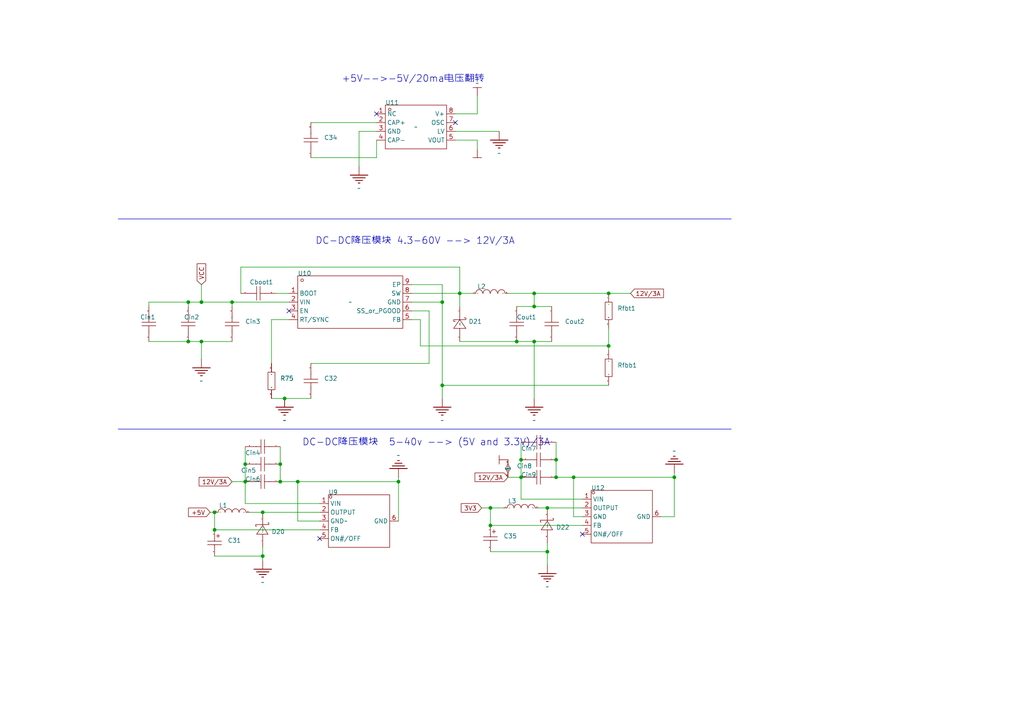
<source format=kicad_sch>
(kicad_sch
	(version 20231120)
	(generator "eeschema")
	(generator_version "8.0")
	(uuid "78892bc0-d6f0-43b9-a973-126d5658bfc0")
	(paper "A4")
	(lib_symbols
		(symbol "5-Voltage_1"
			(power)
			(pin_numbers hide)
			(pin_names hide)
			(exclude_from_sim no)
			(in_bom yes)
			(on_board yes)
			(property "Reference" "#PWR"
				(at 0 0 0)
				(effects
					(font
						(size 1.27 1.27)
					)
					(hide yes)
				)
			)
			(property "Value" ""
				(at 0 3.81 0)
				(effects
					(font
						(size 1.27 1.27)
					)
				)
			)
			(property "Footprint" "ProDoc_CAN-easyedapro:"
				(at 0 0 0)
				(effects
					(font
						(size 1.27 1.27)
					)
					(hide yes)
				)
			)
			(property "Datasheet" ""
				(at 0 0 0)
				(effects
					(font
						(size 1.27 1.27)
					)
					(hide yes)
				)
			)
			(property "Description" "Power-5V"
				(at 0 0 0)
				(effects
					(font
						(size 1.27 1.27)
					)
					(hide yes)
				)
			)
			(symbol "5-Voltage_1_1_0"
				(polyline
					(pts
						(xy -1.27 2.54) (xy 1.27 2.54)
					)
					(stroke
						(width 0)
						(type default)
					)
					(fill
						(type none)
					)
				)
				(polyline
					(pts
						(xy 0 2.54) (xy 0 1.27)
					)
					(stroke
						(width 0)
						(type default)
					)
					(fill
						(type none)
					)
				)
				(pin power_in line
					(at 0 0 90)
					(length 1.27)
					(name "-5V"
						(effects
							(font
								(size 1.27 1.27)
							)
						)
					)
					(number "1"
						(effects
							(font
								(size 0.0254 0.0254)
							)
						)
					)
				)
			)
		)
		(symbol "ProDoc_CAN-easyedapro:5-Voltage"
			(power)
			(pin_numbers hide)
			(pin_names hide)
			(exclude_from_sim no)
			(in_bom yes)
			(on_board yes)
			(property "Reference" "#PWR"
				(at 0 0 0)
				(effects
					(font
						(size 1.27 1.27)
					)
					(hide yes)
				)
			)
			(property "Value" ""
				(at 0 3.81 0)
				(effects
					(font
						(size 1.27 1.27)
					)
				)
			)
			(property "Footprint" "ProDoc_CAN-easyedapro:"
				(at 0 0 0)
				(effects
					(font
						(size 1.27 1.27)
					)
					(hide yes)
				)
			)
			(property "Datasheet" ""
				(at 0 0 0)
				(effects
					(font
						(size 1.27 1.27)
					)
					(hide yes)
				)
			)
			(property "Description" "Power-5V"
				(at 0 0 0)
				(effects
					(font
						(size 1.27 1.27)
					)
					(hide yes)
				)
			)
			(symbol "5-Voltage_1_0"
				(polyline
					(pts
						(xy -1.27 2.54) (xy 1.27 2.54)
					)
					(stroke
						(width 0)
						(type default)
					)
					(fill
						(type none)
					)
				)
				(polyline
					(pts
						(xy 0 2.54) (xy 0 1.27)
					)
					(stroke
						(width 0)
						(type default)
					)
					(fill
						(type none)
					)
				)
				(pin power_in line
					(at 0 0 90)
					(length 1.27)
					(name ""
						(effects
							(font
								(size 1.27 1.27)
							)
						)
					)
					(number "1"
						(effects
							(font
								(size 0.0254 0.0254)
							)
						)
					)
				)
			)
		)
		(symbol "ProDoc_CAN-easyedapro:CapAcitance"
			(exclude_from_sim no)
			(in_bom yes)
			(on_board yes)
			(property "Reference" ""
				(at 0 0 0)
				(effects
					(font
						(size 1.27 1.27)
					)
				)
			)
			(property "Value" "100nF"
				(at 0 0 0)
				(effects
					(font
						(size 1.27 1.27)
					)
					(hide yes)
				)
			)
			(property "Footprint" "ProDoc_CAN-easyedapro:C0603"
				(at 0 0 0)
				(effects
					(font
						(size 1.27 1.27)
					)
					(hide yes)
				)
			)
			(property "Datasheet" ""
				(at 0 0 0)
				(effects
					(font
						(size 1.27 1.27)
					)
					(hide yes)
				)
			)
			(property "Description" ""
				(at 0 0 0)
				(effects
					(font
						(size 1.27 1.27)
					)
					(hide yes)
				)
			)
			(symbol "CapAcitance_1_0"
				(polyline
					(pts
						(xy -0.508 -2.032) (xy -0.508 2.032)
					)
					(stroke
						(width 0)
						(type default)
					)
					(fill
						(type none)
					)
				)
				(polyline
					(pts
						(xy -0.508 0) (xy -2.54 0)
					)
					(stroke
						(width 0)
						(type default)
					)
					(fill
						(type none)
					)
				)
				(polyline
					(pts
						(xy 0.508 2.032) (xy 0.508 -2.032)
					)
					(stroke
						(width 0)
						(type default)
					)
					(fill
						(type none)
					)
				)
				(polyline
					(pts
						(xy 2.54 0) (xy 0.508 0)
					)
					(stroke
						(width 0)
						(type default)
					)
					(fill
						(type none)
					)
				)
				(pin input line
					(at -5.08 0 0)
					(length 2.54)
					(name "1"
						(effects
							(font
								(size 0.0254 0.0254)
							)
						)
					)
					(number "1"
						(effects
							(font
								(size 0.0254 0.0254)
							)
						)
					)
				)
				(pin input line
					(at 5.08 0 180)
					(length 2.54)
					(name "2"
						(effects
							(font
								(size 0.0254 0.0254)
							)
						)
					)
					(number "2"
						(effects
							(font
								(size 0.0254 0.0254)
							)
						)
					)
				)
			)
		)
		(symbol "ProDoc_CAN-easyedapro:FXL0630-8R2-M"
			(exclude_from_sim no)
			(in_bom yes)
			(on_board yes)
			(property "Reference" "L"
				(at 0 0 0)
				(effects
					(font
						(size 1.27 1.27)
					)
				)
			)
			(property "Value" "8.2uH"
				(at 0 0 0)
				(effects
					(font
						(size 1.27 1.27)
					)
					(hide yes)
				)
			)
			(property "Footprint" "ProDoc_CAN-easyedapro:IND-SMD_L7.0-W6.6_FXL0630"
				(at 0 0 0)
				(effects
					(font
						(size 1.27 1.27)
					)
					(hide yes)
				)
			)
			(property "Datasheet" "https://atta.szlcsc.com/upload/public/pdf/source/20240426/3189EA8206330E2108542F9E34E540E7.pdf"
				(at 0 0 0)
				(effects
					(font
						(size 1.27 1.27)
					)
					(hide yes)
				)
			)
			(property "Description" "电感值:8.2uH;精度:±20%;额定电流:5A;饱和电流(Isat):6A;类型:一体成型电感;"
				(at 0 0 0)
				(effects
					(font
						(size 1.27 1.27)
					)
					(hide yes)
				)
			)
			(property "Manufacturer Part" "FXL0630-8R2-M"
				(at 0 0 0)
				(effects
					(font
						(size 1.27 1.27)
					)
					(hide yes)
				)
			)
			(property "Manufacturer" "cjiang(长江微电)"
				(at 0 0 0)
				(effects
					(font
						(size 1.27 1.27)
					)
					(hide yes)
				)
			)
			(property "Supplier Part" "C167222"
				(at 0 0 0)
				(effects
					(font
						(size 1.27 1.27)
					)
					(hide yes)
				)
			)
			(property "Supplier" "LCSC"
				(at 0 0 0)
				(effects
					(font
						(size 1.27 1.27)
					)
					(hide yes)
				)
			)
			(property "LCSC Part Name" "8.2uH ±20% 6A"
				(at 0 0 0)
				(effects
					(font
						(size 1.27 1.27)
					)
					(hide yes)
				)
			)
			(symbol "FXL0630-8R2-M_1_0"
				(polyline
					(pts
						(xy -4.2672 0) (xy -4.2164 0.4064) (xy -4.2164 0.4064) (xy -4.0132 0.762) (xy -4.0132 0.762) (xy -3.6576 1.016)
						(xy -3.6576 1.016) (xy -3.2512 1.0922) (xy -3.2512 1.0922) (xy -2.8702 1.016) (xy -2.8702 1.016)
						(xy -2.5146 0.762) (xy -2.5146 0.762) (xy -2.3114 0.4064) (xy -2.3114 0.4064) (xy -2.2606 0)
					)
					(stroke
						(width 0)
						(type default)
					)
					(fill
						(type none)
					)
				)
				(polyline
					(pts
						(xy -2.1082 0) (xy -2.0828 0.4064) (xy -2.0828 0.4064) (xy -1.8542 0.762) (xy -1.8542 0.762) (xy -1.4986 1.016)
						(xy -1.4986 1.016) (xy -1.1176 1.0922) (xy -1.1176 1.0922) (xy -0.7112 1.016) (xy -0.7112 1.016)
						(xy -0.3556 0.762) (xy -0.3556 0.762) (xy -0.1524 0.4064) (xy -0.1524 0.4064) (xy -0.1016 0)
					)
					(stroke
						(width 0)
						(type default)
					)
					(fill
						(type none)
					)
				)
				(polyline
					(pts
						(xy 0 0) (xy 0.0508 0.4064) (xy 0.0508 0.4064) (xy 0.2794 0.762) (xy 0.2794 0.762) (xy 0.6096 1.016)
						(xy 0.6096 1.016) (xy 1.016 1.0922) (xy 1.016 1.0922) (xy 1.4224 1.016) (xy 1.4224 1.016) (xy 1.7526 0.762)
						(xy 1.7526 0.762) (xy 1.9812 0.4064) (xy 1.9812 0.4064) (xy 2.032 0)
					)
					(stroke
						(width 0)
						(type default)
					)
					(fill
						(type none)
					)
				)
				(polyline
					(pts
						(xy 2.2098 0) (xy 2.2352 0.4064) (xy 2.2352 0.4064) (xy 2.4638 0.762) (xy 2.4638 0.762) (xy 2.8194 1.016)
						(xy 2.8194 1.016) (xy 3.2004 1.0922) (xy 3.2004 1.0922) (xy 3.6068 1.016) (xy 3.6068 1.016) (xy 3.9624 0.762)
						(xy 3.9624 0.762) (xy 4.1656 0.4064) (xy 4.1656 0.4064) (xy 4.2164 0)
					)
					(stroke
						(width 0)
						(type default)
					)
					(fill
						(type none)
					)
				)
				(pin unspecified line
					(at -5.08 0 0)
					(length 0.762)
					(name "1"
						(effects
							(font
								(size 0.0254 0.0254)
							)
						)
					)
					(number "1"
						(effects
							(font
								(size 0.0254 0.0254)
							)
						)
					)
				)
				(pin unspecified line
					(at 5.08 0 180)
					(length 0.762)
					(name "2"
						(effects
							(font
								(size 0.0254 0.0254)
							)
						)
					)
					(number "2"
						(effects
							(font
								(size 0.0254 0.0254)
							)
						)
					)
				)
			)
		)
		(symbol "ProDoc_CAN-easyedapro:FXL1040-330-M"
			(exclude_from_sim no)
			(in_bom yes)
			(on_board yes)
			(property "Reference" "L"
				(at 0 0 0)
				(effects
					(font
						(size 1.27 1.27)
					)
				)
			)
			(property "Value" "33uH"
				(at 0 0 0)
				(effects
					(font
						(size 1.27 1.27)
					)
					(hide yes)
				)
			)
			(property "Footprint" "ProDoc_CAN-easyedapro:IND-SMD_L11.5-W10.0_FXL1040"
				(at 0 0 0)
				(effects
					(font
						(size 1.27 1.27)
					)
					(hide yes)
				)
			)
			(property "Datasheet" "https://atta.szlcsc.com/upload/public/pdf/source/20240426/3189EA8206330E2108542F9E34E540E7.pdf"
				(at 0 0 0)
				(effects
					(font
						(size 1.27 1.27)
					)
					(hide yes)
				)
			)
			(property "Description" "电感值:33uH;精度:±20%;额定电流:4.4A;饱和电流(Isat):5A;类型:一体成型电感;"
				(at 0 0 0)
				(effects
					(font
						(size 1.27 1.27)
					)
					(hide yes)
				)
			)
			(property "Manufacturer Part" "FXL1040-330-M"
				(at 0 0 0)
				(effects
					(font
						(size 1.27 1.27)
					)
					(hide yes)
				)
			)
			(property "Manufacturer" "cjiang(长江微电)"
				(at 0 0 0)
				(effects
					(font
						(size 1.27 1.27)
					)
					(hide yes)
				)
			)
			(property "Supplier Part" "C475918"
				(at 0 0 0)
				(effects
					(font
						(size 1.27 1.27)
					)
					(hide yes)
				)
			)
			(property "Supplier" "LCSC"
				(at 0 0 0)
				(effects
					(font
						(size 1.27 1.27)
					)
					(hide yes)
				)
			)
			(property "LCSC Part Name" "33uH ±20% 5A"
				(at 0 0 0)
				(effects
					(font
						(size 1.27 1.27)
					)
					(hide yes)
				)
			)
			(symbol "FXL1040-330-M_1_0"
				(arc
					(start -2.032 0)
					(mid -3.048 1.0163)
					(end -4.064 0)
					(stroke
						(width 0)
						(type default)
					)
					(fill
						(type none)
					)
				)
				(arc
					(start 0 0)
					(mid -1.016 1.0163)
					(end -2.032 0)
					(stroke
						(width 0)
						(type default)
					)
					(fill
						(type none)
					)
				)
				(arc
					(start 2.032 0)
					(mid 1.016 1.016)
					(end 0 0)
					(stroke
						(width 0)
						(type default)
					)
					(fill
						(type none)
					)
				)
				(arc
					(start 4.064 0)
					(mid 3.048 1.016)
					(end 2.032 0)
					(stroke
						(width 0)
						(type default)
					)
					(fill
						(type none)
					)
				)
				(pin unspecified line
					(at -5.08 0 0)
					(length 1.016)
					(name "1"
						(effects
							(font
								(size 0.0254 0.0254)
							)
						)
					)
					(number "1"
						(effects
							(font
								(size 0.0254 0.0254)
							)
						)
					)
				)
				(pin unspecified line
					(at 5.08 0 180)
					(length 1.016)
					(name "2"
						(effects
							(font
								(size 0.0254 0.0254)
							)
						)
					)
					(number "2"
						(effects
							(font
								(size 0.0254 0.0254)
							)
						)
					)
				)
			)
		)
		(symbol "ProDoc_CAN-easyedapro:Ground-GND"
			(power)
			(pin_numbers hide)
			(pin_names hide)
			(exclude_from_sim no)
			(in_bom yes)
			(on_board yes)
			(property "Reference" "#PWR"
				(at 0 0 0)
				(effects
					(font
						(size 1.27 1.27)
					)
					(hide yes)
				)
			)
			(property "Value" ""
				(at 0 -6.35 0)
				(effects
					(font
						(size 1.27 1.27)
					)
					(hide yes)
				)
			)
			(property "Footprint" "ProDoc_CAN-easyedapro:"
				(at 0 0 0)
				(effects
					(font
						(size 1.27 1.27)
					)
					(hide yes)
				)
			)
			(property "Datasheet" ""
				(at 0 0 0)
				(effects
					(font
						(size 1.27 1.27)
					)
					(hide yes)
				)
			)
			(property "Description" ""
				(at 0 0 0)
				(effects
					(font
						(size 1.27 1.27)
					)
					(hide yes)
				)
			)
			(symbol "Ground-GND_1_0"
				(polyline
					(pts
						(xy -2.54 -2.54) (xy 2.54 -2.54)
					)
					(stroke
						(width 0.254)
						(type default)
					)
					(fill
						(type none)
					)
				)
				(polyline
					(pts
						(xy -1.778 -3.302) (xy 1.778 -3.302)
					)
					(stroke
						(width 0.254)
						(type default)
					)
					(fill
						(type none)
					)
				)
				(polyline
					(pts
						(xy -1.016 -4.064) (xy 1.016 -4.064)
					)
					(stroke
						(width 0.254)
						(type default)
					)
					(fill
						(type none)
					)
				)
				(polyline
					(pts
						(xy -0.254 -4.826) (xy 0.254 -4.826)
					)
					(stroke
						(width 0.254)
						(type default)
					)
					(fill
						(type none)
					)
				)
				(pin power_in line
					(at 0 0 270)
					(length 2.54)
					(name ""
						(effects
							(font
								(size 1.27 1.27)
							)
						)
					)
					(number "1"
						(effects
							(font
								(size 0.0254 0.0254)
							)
						)
					)
				)
			)
		)
		(symbol "ProDoc_CAN-easyedapro:HT7660ARZ"
			(exclude_from_sim no)
			(in_bom yes)
			(on_board yes)
			(property "Reference" "U"
				(at 0 0 0)
				(effects
					(font
						(size 1.27 1.27)
					)
				)
			)
			(property "Value" ""
				(at 0 0 0)
				(effects
					(font
						(size 1.27 1.27)
					)
				)
			)
			(property "Footprint" "ProDoc_CAN-easyedapro:SOP-8_L4.9-W3.9-P1.27-LS6.0-BL"
				(at 0 0 0)
				(effects
					(font
						(size 1.27 1.27)
					)
					(hide yes)
				)
			)
			(property "Datasheet" "https://atta.szlcsc.com/upload/public/pdf/source/20211115/56867ACE340DDA60FB411B22A8BEB49B.pdf"
				(at 0 0 0)
				(effects
					(font
						(size 1.27 1.27)
					)
					(hide yes)
				)
			)
			(property "Description" "开关电容变换器"
				(at 0 0 0)
				(effects
					(font
						(size 1.27 1.27)
					)
					(hide yes)
				)
			)
			(property "Manufacturer Part" "HT7660ARZ"
				(at 0 0 0)
				(effects
					(font
						(size 1.27 1.27)
					)
					(hide yes)
				)
			)
			(property "Manufacturer" "HTCSEMI(海天芯)"
				(at 0 0 0)
				(effects
					(font
						(size 1.27 1.27)
					)
					(hide yes)
				)
			)
			(property "Supplier Part" "C2917531"
				(at 0 0 0)
				(effects
					(font
						(size 1.27 1.27)
					)
					(hide yes)
				)
			)
			(property "Supplier" "LCSC"
				(at 0 0 0)
				(effects
					(font
						(size 1.27 1.27)
					)
					(hide yes)
				)
			)
			(property "LCSC Part Name" "HT7660ARZ"
				(at 0 0 0)
				(effects
					(font
						(size 1.27 1.27)
					)
					(hide yes)
				)
			)
			(symbol "HT7660ARZ_1_0"
				(rectangle
					(start -8.89 -6.35)
					(end 8.89 6.35)
					(stroke
						(width 0)
						(type default)
					)
					(fill
						(type none)
					)
				)
				(circle
					(center -7.62 5.08)
					(radius 0.381)
					(stroke
						(width 0)
						(type default)
					)
					(fill
						(type none)
					)
				)
				(pin unspecified line
					(at -11.43 3.81 0)
					(length 2.54)
					(name "NC"
						(effects
							(font
								(size 1.27 1.27)
							)
						)
					)
					(number "1"
						(effects
							(font
								(size 1.27 1.27)
							)
						)
					)
				)
				(pin unspecified line
					(at -11.43 1.27 0)
					(length 2.54)
					(name "CAP+"
						(effects
							(font
								(size 1.27 1.27)
							)
						)
					)
					(number "2"
						(effects
							(font
								(size 1.27 1.27)
							)
						)
					)
				)
				(pin unspecified line
					(at -11.43 -1.27 0)
					(length 2.54)
					(name "GND"
						(effects
							(font
								(size 1.27 1.27)
							)
						)
					)
					(number "3"
						(effects
							(font
								(size 1.27 1.27)
							)
						)
					)
				)
				(pin unspecified line
					(at -11.43 -3.81 0)
					(length 2.54)
					(name "CAP-"
						(effects
							(font
								(size 1.27 1.27)
							)
						)
					)
					(number "4"
						(effects
							(font
								(size 1.27 1.27)
							)
						)
					)
				)
				(pin unspecified line
					(at 11.43 -3.81 180)
					(length 2.54)
					(name "VOUT"
						(effects
							(font
								(size 1.27 1.27)
							)
						)
					)
					(number "5"
						(effects
							(font
								(size 1.27 1.27)
							)
						)
					)
				)
				(pin unspecified line
					(at 11.43 -1.27 180)
					(length 2.54)
					(name "LV"
						(effects
							(font
								(size 1.27 1.27)
							)
						)
					)
					(number "6"
						(effects
							(font
								(size 1.27 1.27)
							)
						)
					)
				)
				(pin unspecified line
					(at 11.43 1.27 180)
					(length 2.54)
					(name "OSC"
						(effects
							(font
								(size 1.27 1.27)
							)
						)
					)
					(number "7"
						(effects
							(font
								(size 1.27 1.27)
							)
						)
					)
				)
				(pin unspecified line
					(at 11.43 3.81 180)
					(length 2.54)
					(name "V+"
						(effects
							(font
								(size 1.27 1.27)
							)
						)
					)
					(number "8"
						(effects
							(font
								(size 1.27 1.27)
							)
						)
					)
				)
			)
		)
		(symbol "ProDoc_CAN-easyedapro:LM2596S-3.3/TR"
			(exclude_from_sim no)
			(in_bom yes)
			(on_board yes)
			(property "Reference" "U"
				(at 0 0 0)
				(effects
					(font
						(size 1.27 1.27)
					)
				)
			)
			(property "Value" ""
				(at 0 0 0)
				(effects
					(font
						(size 1.27 1.27)
					)
				)
			)
			(property "Footprint" "ProDoc_CAN-easyedapro:TO-263-5_L10.1-W8.7-P1.70-LS14.4-BR"
				(at 0 0 0)
				(effects
					(font
						(size 1.27 1.27)
					)
					(hide yes)
				)
			)
			(property "Datasheet" "https://atta.szlcsc.com/upload/public/pdf/source/20200924/C194349_32A49216D05BD4A6AA6EE8DE19C810A9.pdf"
				(at 0 0 0)
				(effects
					(font
						(size 1.27 1.27)
					)
					(hide yes)
				)
			)
			(property "Description" ""
				(at 0 0 0)
				(effects
					(font
						(size 1.27 1.27)
					)
					(hide yes)
				)
			)
			(property "Manufacturer Part" "LM2596S-3.3/TR"
				(at 0 0 0)
				(effects
					(font
						(size 1.27 1.27)
					)
					(hide yes)
				)
			)
			(property "Manufacturer" "HGSEMI(华冠)"
				(at 0 0 0)
				(effects
					(font
						(size 1.27 1.27)
					)
					(hide yes)
				)
			)
			(property "Supplier Part" "C194350"
				(at 0 0 0)
				(effects
					(font
						(size 1.27 1.27)
					)
					(hide yes)
				)
			)
			(property "Supplier" "LCSC"
				(at 0 0 0)
				(effects
					(font
						(size 1.27 1.27)
					)
					(hide yes)
				)
			)
			(property "LCSC Part Name" "LM2596S-3.3/TR"
				(at 0 0 0)
				(effects
					(font
						(size 1.27 1.27)
					)
					(hide yes)
				)
			)
			(symbol "LM2596S-3.3/TR_1_0"
				(rectangle
					(start -2.54 -7.62)
					(end 15.24 7.62)
					(stroke
						(width 0)
						(type default)
					)
					(fill
						(type none)
					)
				)
				(circle
					(center -1.905 6.985)
					(radius 0.381)
					(stroke
						(width 0)
						(type default)
					)
					(fill
						(type none)
					)
				)
				(pin input line
					(at -5.08 5.08 0)
					(length 2.54)
					(name "VIN"
						(effects
							(font
								(size 1.27 1.27)
							)
						)
					)
					(number "1"
						(effects
							(font
								(size 1.27 1.27)
							)
						)
					)
				)
				(pin input line
					(at -5.08 2.54 0)
					(length 2.54)
					(name "OUTPUT"
						(effects
							(font
								(size 1.27 1.27)
							)
						)
					)
					(number "2"
						(effects
							(font
								(size 1.27 1.27)
							)
						)
					)
				)
				(pin input line
					(at -5.08 0 0)
					(length 2.54)
					(name "GND"
						(effects
							(font
								(size 1.27 1.27)
							)
						)
					)
					(number "3"
						(effects
							(font
								(size 1.27 1.27)
							)
						)
					)
				)
				(pin input line
					(at -5.08 -2.54 0)
					(length 2.54)
					(name "FB"
						(effects
							(font
								(size 1.27 1.27)
							)
						)
					)
					(number "4"
						(effects
							(font
								(size 1.27 1.27)
							)
						)
					)
				)
				(pin input line
					(at -5.08 -5.08 0)
					(length 2.54)
					(name "ON#/OFF"
						(effects
							(font
								(size 1.27 1.27)
							)
						)
					)
					(number "5"
						(effects
							(font
								(size 1.27 1.27)
							)
						)
					)
				)
				(pin input line
					(at 17.78 0 180)
					(length 2.54)
					(name "GND"
						(effects
							(font
								(size 1.27 1.27)
							)
						)
					)
					(number "6"
						(effects
							(font
								(size 1.27 1.27)
							)
						)
					)
				)
			)
		)
		(symbol "ProDoc_CAN-easyedapro:LM2596S-5.0/TR"
			(exclude_from_sim no)
			(in_bom yes)
			(on_board yes)
			(property "Reference" "U"
				(at 0 0 0)
				(effects
					(font
						(size 1.27 1.27)
					)
				)
			)
			(property "Value" ""
				(at 0 0 0)
				(effects
					(font
						(size 1.27 1.27)
					)
				)
			)
			(property "Footprint" "ProDoc_CAN-easyedapro:TO-263-5_L10.2-W8.6-P1.70-LS14.4-TL"
				(at 0 0 0)
				(effects
					(font
						(size 1.27 1.27)
					)
					(hide yes)
				)
			)
			(property "Datasheet" "https://atta.szlcsc.com/upload/public/pdf/source/20200924/C194349_32A49216D05BD4A6AA6EE8DE19C810A9.pdf"
				(at 0 0 0)
				(effects
					(font
						(size 1.27 1.27)
					)
					(hide yes)
				)
			)
			(property "Description" ""
				(at 0 0 0)
				(effects
					(font
						(size 1.27 1.27)
					)
					(hide yes)
				)
			)
			(property "Manufacturer Part" "LM2596S-5.0/TR"
				(at 0 0 0)
				(effects
					(font
						(size 1.27 1.27)
					)
					(hide yes)
				)
			)
			(property "Manufacturer" "HGSEMI(华冠)"
				(at 0 0 0)
				(effects
					(font
						(size 1.27 1.27)
					)
					(hide yes)
				)
			)
			(property "Supplier Part" "C194349"
				(at 0 0 0)
				(effects
					(font
						(size 1.27 1.27)
					)
					(hide yes)
				)
			)
			(property "Supplier" "LCSC"
				(at 0 0 0)
				(effects
					(font
						(size 1.27 1.27)
					)
					(hide yes)
				)
			)
			(property "LCSC Part Name" "LM2596S-5.0/TR"
				(at 0 0 0)
				(effects
					(font
						(size 1.27 1.27)
					)
					(hide yes)
				)
			)
			(symbol "LM2596S-5.0/TR_1_0"
				(rectangle
					(start -5.08 -7.62)
					(end 12.7 7.62)
					(stroke
						(width 0)
						(type default)
					)
					(fill
						(type none)
					)
				)
				(circle
					(center -4.445 6.985)
					(radius 0.381)
					(stroke
						(width 0)
						(type default)
					)
					(fill
						(type none)
					)
				)
				(pin input line
					(at -7.62 5.08 0)
					(length 2.54)
					(name "VIN"
						(effects
							(font
								(size 1.27 1.27)
							)
						)
					)
					(number "1"
						(effects
							(font
								(size 1.27 1.27)
							)
						)
					)
				)
				(pin input line
					(at -7.62 2.54 0)
					(length 2.54)
					(name "OUTPUT"
						(effects
							(font
								(size 1.27 1.27)
							)
						)
					)
					(number "2"
						(effects
							(font
								(size 1.27 1.27)
							)
						)
					)
				)
				(pin input line
					(at -7.62 0 0)
					(length 2.54)
					(name "GND"
						(effects
							(font
								(size 1.27 1.27)
							)
						)
					)
					(number "3"
						(effects
							(font
								(size 1.27 1.27)
							)
						)
					)
				)
				(pin input line
					(at -7.62 -2.54 0)
					(length 2.54)
					(name "FB"
						(effects
							(font
								(size 1.27 1.27)
							)
						)
					)
					(number "4"
						(effects
							(font
								(size 1.27 1.27)
							)
						)
					)
				)
				(pin input line
					(at -7.62 -5.08 0)
					(length 2.54)
					(name "ON#/OFF"
						(effects
							(font
								(size 1.27 1.27)
							)
						)
					)
					(number "5"
						(effects
							(font
								(size 1.27 1.27)
							)
						)
					)
				)
				(pin input line
					(at 15.24 0 180)
					(length 2.54)
					(name "GND"
						(effects
							(font
								(size 1.27 1.27)
							)
						)
					)
					(number "6"
						(effects
							(font
								(size 1.27 1.27)
							)
						)
					)
				)
			)
		)
		(symbol "ProDoc_CAN-easyedapro:LMR16030SDDAR"
			(exclude_from_sim no)
			(in_bom yes)
			(on_board yes)
			(property "Reference" "U"
				(at 0 0 0)
				(effects
					(font
						(size 1.27 1.27)
					)
				)
			)
			(property "Value" ""
				(at 0 0 0)
				(effects
					(font
						(size 1.27 1.27)
					)
				)
			)
			(property "Footprint" "ProDoc_CAN-easyedapro:SO-8_L4.9-W3.9-P1.27-LS6.0-BL-EP"
				(at 0 0 0)
				(effects
					(font
						(size 1.27 1.27)
					)
					(hide yes)
				)
			)
			(property "Datasheet" "https://www.ti.com/cn/lit/gpn/lmr16030"
				(at 0 0 0)
				(effects
					(font
						(size 1.27 1.27)
					)
					(hide yes)
				)
			)
			(property "Description" "功能类型:降压型;输出类型:可调;输入电压:4.3V~60V;输出电压:800mV~50V;输出电流(最大值):3A;"
				(at 0 0 0)
				(effects
					(font
						(size 1.27 1.27)
					)
					(hide yes)
				)
			)
			(property "Manufacturer Part" "LMR16030SDDAR"
				(at 0 0 0)
				(effects
					(font
						(size 1.27 1.27)
					)
					(hide yes)
				)
			)
			(property "Manufacturer" "TI(德州仪器)"
				(at 0 0 0)
				(effects
					(font
						(size 1.27 1.27)
					)
					(hide yes)
				)
			)
			(property "Supplier Part" "C136648"
				(at 0 0 0)
				(effects
					(font
						(size 1.27 1.27)
					)
					(hide yes)
				)
			)
			(property "Supplier" "LCSC"
				(at 0 0 0)
				(effects
					(font
						(size 1.27 1.27)
					)
					(hide yes)
				)
			)
			(property "LCSC Part Name" "LMR16030SDDAR"
				(at 0 0 0)
				(effects
					(font
						(size 1.27 1.27)
					)
					(hide yes)
				)
			)
			(symbol "LMR16030SDDAR_1_0"
				(rectangle
					(start -15.24 -7.62)
					(end 15.24 7.62)
					(stroke
						(width 0)
						(type default)
					)
					(fill
						(type none)
					)
				)
				(circle
					(center -13.97 6.35)
					(radius 0.381)
					(stroke
						(width 0)
						(type default)
					)
					(fill
						(type none)
					)
				)
				(pin input line
					(at -17.78 2.54 0)
					(length 2.54)
					(name "BOOT"
						(effects
							(font
								(size 1.27 1.27)
							)
						)
					)
					(number "1"
						(effects
							(font
								(size 1.27 1.27)
							)
						)
					)
				)
				(pin input line
					(at -17.78 0 0)
					(length 2.54)
					(name "VIN"
						(effects
							(font
								(size 1.27 1.27)
							)
						)
					)
					(number "2"
						(effects
							(font
								(size 1.27 1.27)
							)
						)
					)
				)
				(pin input line
					(at -17.78 -2.54 0)
					(length 2.54)
					(name "EN"
						(effects
							(font
								(size 1.27 1.27)
							)
						)
					)
					(number "3"
						(effects
							(font
								(size 1.27 1.27)
							)
						)
					)
				)
				(pin input line
					(at -17.78 -5.08 0)
					(length 2.54)
					(name "RT/SYNC"
						(effects
							(font
								(size 1.27 1.27)
							)
						)
					)
					(number "4"
						(effects
							(font
								(size 1.27 1.27)
							)
						)
					)
				)
				(pin input line
					(at 17.78 -5.08 180)
					(length 2.54)
					(name "FB"
						(effects
							(font
								(size 1.27 1.27)
							)
						)
					)
					(number "5"
						(effects
							(font
								(size 1.27 1.27)
							)
						)
					)
				)
				(pin input line
					(at 17.78 -2.54 180)
					(length 2.54)
					(name "SS_or_PGOOD"
						(effects
							(font
								(size 1.27 1.27)
							)
						)
					)
					(number "6"
						(effects
							(font
								(size 1.27 1.27)
							)
						)
					)
				)
				(pin input line
					(at 17.78 0 180)
					(length 2.54)
					(name "GND"
						(effects
							(font
								(size 1.27 1.27)
							)
						)
					)
					(number "7"
						(effects
							(font
								(size 1.27 1.27)
							)
						)
					)
				)
				(pin input line
					(at 17.78 2.54 180)
					(length 2.54)
					(name "SW"
						(effects
							(font
								(size 1.27 1.27)
							)
						)
					)
					(number "8"
						(effects
							(font
								(size 1.27 1.27)
							)
						)
					)
				)
				(pin input line
					(at 17.78 5.08 180)
					(length 2.54)
					(name "EP"
						(effects
							(font
								(size 1.27 1.27)
							)
						)
					)
					(number "9"
						(effects
							(font
								(size 1.27 1.27)
							)
						)
					)
				)
			)
		)
		(symbol "ProDoc_CAN-easyedapro:SS510SMC"
			(exclude_from_sim no)
			(in_bom yes)
			(on_board yes)
			(property "Reference" "D"
				(at 0 0 0)
				(effects
					(font
						(size 1.27 1.27)
					)
				)
			)
			(property "Value" ""
				(at 0 0 0)
				(effects
					(font
						(size 1.27 1.27)
					)
				)
			)
			(property "Footprint" "ProDoc_CAN-easyedapro:SMC_L6.9-W5.9-LS7.9-RD"
				(at 0 0 0)
				(effects
					(font
						(size 1.27 1.27)
					)
					(hide yes)
				)
			)
			(property "Datasheet" "https://atta.szlcsc.com/upload/public/pdf/source/20200413/C511855_5DF2E208A49D0A9BF252292378059881.pdf"
				(at 0 0 0)
				(effects
					(font
						(size 1.27 1.27)
					)
					(hide yes)
				)
			)
			(property "Description" "二极管配置:-;正向压降(Vf):950mV@5A;直流反向耐压(Vr):100V;平均整流电流(Io):5A;"
				(at 0 0 0)
				(effects
					(font
						(size 1.27 1.27)
					)
					(hide yes)
				)
			)
			(property "Manufacturer Part" "SS510SMC"
				(at 0 0 0)
				(effects
					(font
						(size 1.27 1.27)
					)
					(hide yes)
				)
			)
			(property "Manufacturer" "BORN(伯恩半导体)"
				(at 0 0 0)
				(effects
					(font
						(size 1.27 1.27)
					)
					(hide yes)
				)
			)
			(property "Supplier Part" "C511859"
				(at 0 0 0)
				(effects
					(font
						(size 1.27 1.27)
					)
					(hide yes)
				)
			)
			(property "Supplier" "LCSC"
				(at 0 0 0)
				(effects
					(font
						(size 1.27 1.27)
					)
					(hide yes)
				)
			)
			(property "LCSC Part Name" "电压:100V 电流:5A"
				(at 0 0 0)
				(effects
					(font
						(size 1.27 1.27)
					)
					(hide yes)
				)
			)
			(symbol "SS510SMC_1_0"
				(polyline
					(pts
						(xy -1.27 0) (xy -2.54 0)
					)
					(stroke
						(width 0)
						(type default)
					)
					(fill
						(type none)
					)
				)
				(polyline
					(pts
						(xy 2.54 0) (xy 1.27 0)
					)
					(stroke
						(width 0)
						(type default)
					)
					(fill
						(type none)
					)
				)
				(polyline
					(pts
						(xy 1.27 1.778) (xy -1.27 0) (xy -1.27 0) (xy 1.27 -1.778) (xy 1.27 -1.778) (xy 1.27 1.778)
					)
					(stroke
						(width 0)
						(type default)
					)
					(fill
						(type none)
					)
				)
				(polyline
					(pts
						(xy -1.778 1.27) (xy -1.778 1.778) (xy -1.778 1.778) (xy -1.27 1.778) (xy -1.27 1.778) (xy -1.27 -1.778)
						(xy -1.27 -1.778) (xy -0.762 -1.778) (xy -0.762 -1.778) (xy -0.762 -1.27)
					)
					(stroke
						(width 0)
						(type default)
					)
					(fill
						(type none)
					)
				)
				(pin unspecified line
					(at -5.08 0 0)
					(length 2.54)
					(name "C"
						(effects
							(font
								(size 0.0254 0.0254)
							)
						)
					)
					(number "1"
						(effects
							(font
								(size 0.0254 0.0254)
							)
						)
					)
				)
				(pin unspecified line
					(at 5.08 0 180)
					(length 2.54)
					(name "A"
						(effects
							(font
								(size 0.0254 0.0254)
							)
						)
					)
					(number "2"
						(effects
							(font
								(size 0.0254 0.0254)
							)
						)
					)
				)
			)
		)
		(symbol "ProDoc_CAN-easyedapro:SS53C"
			(exclude_from_sim no)
			(in_bom yes)
			(on_board yes)
			(property "Reference" "D"
				(at 0 0 0)
				(effects
					(font
						(size 1.27 1.27)
					)
				)
			)
			(property "Value" ""
				(at 0 0 0)
				(effects
					(font
						(size 1.27 1.27)
					)
				)
			)
			(property "Footprint" "ProDoc_CAN-easyedapro:SMC_L7.5-W5.8-LS8.3-RD"
				(at 0 0 0)
				(effects
					(font
						(size 1.27 1.27)
					)
					(hide yes)
				)
			)
			(property "Datasheet" "https://atta.szlcsc.com/upload/public/pdf/source/20181113/C330399_7D235702E7D8DE5006A3D7C236BBC520.pdf"
				(at 0 0 0)
				(effects
					(font
						(size 1.27 1.27)
					)
					(hide yes)
				)
			)
			(property "Description" "正向压降(Vf):550mV@5A;直流反向耐压(Vr):30V;平均整流电流(Io):5A;"
				(at 0 0 0)
				(effects
					(font
						(size 1.27 1.27)
					)
					(hide yes)
				)
			)
			(property "Manufacturer Part" "SS53C"
				(at 0 0 0)
				(effects
					(font
						(size 1.27 1.27)
					)
					(hide yes)
				)
			)
			(property "Manufacturer" "LGE(鲁光)"
				(at 0 0 0)
				(effects
					(font
						(size 1.27 1.27)
					)
					(hide yes)
				)
			)
			(property "Supplier Part" "C330397"
				(at 0 0 0)
				(effects
					(font
						(size 1.27 1.27)
					)
					(hide yes)
				)
			)
			(property "Supplier" "LCSC"
				(at 0 0 0)
				(effects
					(font
						(size 1.27 1.27)
					)
					(hide yes)
				)
			)
			(property "LCSC Part Name" "电压:30V 电流:5A"
				(at 0 0 0)
				(effects
					(font
						(size 1.27 1.27)
					)
					(hide yes)
				)
			)
			(symbol "SS53C_1_0"
				(polyline
					(pts
						(xy 1.27 1.524) (xy -1.27 0) (xy -1.27 0) (xy 1.27 -1.778) (xy 1.27 -1.778) (xy 1.27 1.524)
					)
					(stroke
						(width 0)
						(type default)
					)
					(fill
						(type none)
					)
				)
				(polyline
					(pts
						(xy -2.032 1.524) (xy -2.032 1.778) (xy -2.032 1.778) (xy -1.524 1.778) (xy -1.524 1.778) (xy -1.524 -2.032)
						(xy -1.524 -2.032) (xy -1.016 -2.032) (xy -1.016 -2.032) (xy -1.016 -1.778)
					)
					(stroke
						(width 0)
						(type default)
					)
					(fill
						(type none)
					)
				)
				(pin unspecified line
					(at -5.08 0 0)
					(length 3.81)
					(name "K"
						(effects
							(font
								(size 0.0254 0.0254)
							)
						)
					)
					(number "1"
						(effects
							(font
								(size 0.0254 0.0254)
							)
						)
					)
				)
				(pin unspecified line
					(at 5.08 0 180)
					(length 3.81)
					(name "A"
						(effects
							(font
								(size 0.0254 0.0254)
							)
						)
					)
					(number "2"
						(effects
							(font
								(size 0.0254 0.0254)
							)
						)
					)
				)
			)
		)
		(symbol "ProDoc_CAN-easyedapro:Short-Symbol"
			(exclude_from_sim no)
			(in_bom yes)
			(on_board yes)
			(property "Reference" ""
				(at 0 0 0)
				(effects
					(font
						(size 1.27 1.27)
					)
				)
			)
			(property "Value" ""
				(at 0 0 0)
				(effects
					(font
						(size 1.27 1.27)
					)
				)
			)
			(property "Footprint" "ProDoc_CAN-easyedapro:"
				(at 0 0 0)
				(effects
					(font
						(size 1.27 1.27)
					)
					(hide yes)
				)
			)
			(property "Datasheet" ""
				(at 0 0 0)
				(effects
					(font
						(size 1.27 1.27)
					)
					(hide yes)
				)
			)
			(property "Description" ""
				(at 0 0 0)
				(effects
					(font
						(size 1.27 1.27)
					)
					(hide yes)
				)
			)
			(symbol "Short-Symbol_1_0"
				(polyline
					(pts
						(xy -1.27 0) (xy 0 0.762) (xy 1.27 0) (xy 0 -0.762) (xy -1.27 0)
					)
					(stroke
						(width 0)
						(type default)
					)
					(fill
						(type none)
					)
				)
				(pin input line
					(at -2.54 0 0)
					(length 1.27)
					(name "Pin1"
						(effects
							(font
								(size 0.0254 0.0254)
							)
						)
					)
					(number "1"
						(effects
							(font
								(size 0.0254 0.0254)
							)
						)
					)
				)
				(pin input line
					(at 2.54 0 180)
					(length 1.27)
					(name "Pin1"
						(effects
							(font
								(size 0.0254 0.0254)
							)
						)
					)
					(number "2"
						(effects
							(font
								(size 0.0254 0.0254)
							)
						)
					)
				)
			)
		)
		(symbol "ProDoc_CAN-easyedapro:TAJC337K006RNJ"
			(exclude_from_sim no)
			(in_bom yes)
			(on_board yes)
			(property "Reference" "C"
				(at 0 0 0)
				(effects
					(font
						(size 1.27 1.27)
					)
				)
			)
			(property "Value" "330uF"
				(at 0 0 0)
				(effects
					(font
						(size 1.27 1.27)
					)
					(hide yes)
				)
			)
			(property "Footprint" "ProDoc_CAN-easyedapro:CAP-SMD_L6.0-W3.2-R-RD"
				(at 0 0 0)
				(effects
					(font
						(size 1.27 1.27)
					)
					(hide yes)
				)
			)
			(property "Datasheet" "https://atta.szlcsc.com/upload/public/pdf/source/20160107/1457707750344.pdf"
				(at 0 0 0)
				(effects
					(font
						(size 1.27 1.27)
					)
					(hide yes)
				)
			)
			(property "Description" "容值:330uF;精度:±10%;额定电压:6.3V;等效串联电阻:500mΩ@100kHz;"
				(at 0 0 0)
				(effects
					(font
						(size 1.27 1.27)
					)
					(hide yes)
				)
			)
			(property "Manufacturer Part" "TAJC337K006RNJ"
				(at 0 0 0)
				(effects
					(font
						(size 1.27 1.27)
					)
					(hide yes)
				)
			)
			(property "Manufacturer" "Kyocera AVX"
				(at 0 0 0)
				(effects
					(font
						(size 1.27 1.27)
					)
					(hide yes)
				)
			)
			(property "Supplier Part" "C11377"
				(at 0 0 0)
				(effects
					(font
						(size 1.27 1.27)
					)
					(hide yes)
				)
			)
			(property "Supplier" "LCSC"
				(at 0 0 0)
				(effects
					(font
						(size 1.27 1.27)
					)
					(hide yes)
				)
			)
			(property "LCSC Part Name" "330uF ±10% 6.3V"
				(at 0 0 0)
				(effects
					(font
						(size 1.27 1.27)
					)
					(hide yes)
				)
			)
			(symbol "TAJC337K006RNJ_1_0"
				(polyline
					(pts
						(xy -0.508 -2.032) (xy -0.508 2.032)
					)
					(stroke
						(width 0)
						(type default)
					)
					(fill
						(type none)
					)
				)
				(polyline
					(pts
						(xy -0.508 0) (xy -1.27 0)
					)
					(stroke
						(width 0)
						(type default)
					)
					(fill
						(type none)
					)
				)
				(polyline
					(pts
						(xy 0.508 -2.032) (xy 0.508 2.032)
					)
					(stroke
						(width 0)
						(type default)
					)
					(fill
						(type none)
					)
				)
				(polyline
					(pts
						(xy 1.27 0) (xy 0.508 0)
					)
					(stroke
						(width 0)
						(type default)
					)
					(fill
						(type none)
					)
				)
				(polyline
					(pts
						(xy 2.032 -1.524) (xy 2.032 -0.508)
					)
					(stroke
						(width 0)
						(type default)
					)
					(fill
						(type none)
					)
				)
				(polyline
					(pts
						(xy 2.54 -1.016) (xy 1.524 -1.016)
					)
					(stroke
						(width 0)
						(type default)
					)
					(fill
						(type none)
					)
				)
				(pin input line
					(at 3.81 0 180)
					(length 2.54)
					(name "1"
						(effects
							(font
								(size 0.0254 0.0254)
							)
						)
					)
					(number "1"
						(effects
							(font
								(size 0.0254 0.0254)
							)
						)
					)
				)
				(pin input line
					(at -3.81 0 0)
					(length 2.54)
					(name "2"
						(effects
							(font
								(size 0.0254 0.0254)
							)
						)
					)
					(number "2"
						(effects
							(font
								(size 0.0254 0.0254)
							)
						)
					)
				)
			)
		)
		(symbol "ProDoc_CAN-easyedapro:TAJD227K010RNJ"
			(exclude_from_sim no)
			(in_bom yes)
			(on_board yes)
			(property "Reference" "C"
				(at 0 0 0)
				(effects
					(font
						(size 1.27 1.27)
					)
				)
			)
			(property "Value" "220uF"
				(at 0 0 0)
				(effects
					(font
						(size 1.27 1.27)
					)
					(hide yes)
				)
			)
			(property "Footprint" "ProDoc_CAN-easyedapro:CASE-D_7343"
				(at 0 0 0)
				(effects
					(font
						(size 1.27 1.27)
					)
					(hide yes)
				)
			)
			(property "Datasheet" "https://atta.szlcsc.com/upload/public/pdf/source/20160107/1457707750344.pdf"
				(at 0 0 0)
				(effects
					(font
						(size 1.27 1.27)
					)
					(hide yes)
				)
			)
			(property "Description" "容值:220uF;精度:±10%;额定电压:10V;等效串联电阻:500mΩ@100kHz;"
				(at 0 0 0)
				(effects
					(font
						(size 1.27 1.27)
					)
					(hide yes)
				)
			)
			(property "Manufacturer Part" "TAJD227K010RNJ"
				(at 0 0 0)
				(effects
					(font
						(size 1.27 1.27)
					)
					(hide yes)
				)
			)
			(property "Manufacturer" "Kyocera AVX"
				(at 0 0 0)
				(effects
					(font
						(size 1.27 1.27)
					)
					(hide yes)
				)
			)
			(property "Supplier Part" "C8024"
				(at 0 0 0)
				(effects
					(font
						(size 1.27 1.27)
					)
					(hide yes)
				)
			)
			(property "Supplier" "LCSC"
				(at 0 0 0)
				(effects
					(font
						(size 1.27 1.27)
					)
					(hide yes)
				)
			)
			(property "LCSC Part Name" "220uF ±10% 10V"
				(at 0 0 0)
				(effects
					(font
						(size 1.27 1.27)
					)
					(hide yes)
				)
			)
			(symbol "TAJD227K010RNJ_1_0"
				(polyline
					(pts
						(xy -0.508 -2.032) (xy -0.508 2.032)
					)
					(stroke
						(width 0)
						(type default)
					)
					(fill
						(type none)
					)
				)
				(polyline
					(pts
						(xy -0.508 0) (xy -1.27 0)
					)
					(stroke
						(width 0)
						(type default)
					)
					(fill
						(type none)
					)
				)
				(polyline
					(pts
						(xy 0.508 -2.032) (xy 0.508 2.032)
					)
					(stroke
						(width 0)
						(type default)
					)
					(fill
						(type none)
					)
				)
				(polyline
					(pts
						(xy 1.27 0) (xy 0.508 0)
					)
					(stroke
						(width 0)
						(type default)
					)
					(fill
						(type none)
					)
				)
				(polyline
					(pts
						(xy 2.032 -1.524) (xy 2.032 -0.508)
					)
					(stroke
						(width 0)
						(type default)
					)
					(fill
						(type none)
					)
				)
				(polyline
					(pts
						(xy 2.54 -1.016) (xy 1.524 -1.016)
					)
					(stroke
						(width 0)
						(type default)
					)
					(fill
						(type none)
					)
				)
				(pin input line
					(at 3.81 0 180)
					(length 2.54)
					(name "1"
						(effects
							(font
								(size 0.0254 0.0254)
							)
						)
					)
					(number "1"
						(effects
							(font
								(size 0.0254 0.0254)
							)
						)
					)
				)
				(pin input line
					(at -3.81 0 0)
					(length 2.54)
					(name "2"
						(effects
							(font
								(size 0.0254 0.0254)
							)
						)
					)
					(number "2"
						(effects
							(font
								(size 0.0254 0.0254)
							)
						)
					)
				)
			)
		)
		(symbol "ProDoc_CAN-easyedapro:VIN"
			(power)
			(pin_numbers hide)
			(pin_names hide)
			(exclude_from_sim no)
			(in_bom yes)
			(on_board yes)
			(property "Reference" "#PWR"
				(at 0 0 0)
				(effects
					(font
						(size 1.27 1.27)
					)
					(hide yes)
				)
			)
			(property "Value" "VIN"
				(at 0 0 0)
				(effects
					(font
						(size 1.27 1.27)
					)
					(justify left bottom)
					(hide yes)
				)
			)
			(property "Footprint" "ProDoc_CAN-easyedapro:"
				(at 0 0 0)
				(effects
					(font
						(size 1.27 1.27)
					)
					(hide yes)
				)
			)
			(property "Datasheet" ""
				(at 0 0 0)
				(effects
					(font
						(size 1.27 1.27)
					)
					(hide yes)
				)
			)
			(property "Description" ""
				(at 0 0 0)
				(effects
					(font
						(size 1.27 1.27)
					)
					(hide yes)
				)
			)
			(symbol "VIN_1_0"
				(polyline
					(pts
						(xy -1.27 2.54) (xy 1.27 2.54)
					)
					(stroke
						(width 0)
						(type default)
					)
					(fill
						(type none)
					)
				)
				(polyline
					(pts
						(xy 0 2.54) (xy 0 0)
					)
					(stroke
						(width 0)
						(type default)
					)
					(fill
						(type none)
					)
				)
				(pin power_in line
					(at 0 0 0)
					(length 0)
					(name "VIN"
						(effects
							(font
								(size 1.27 1.27)
							)
						)
					)
					(number "1"
						(effects
							(font
								(size 0 0)
							)
						)
					)
				)
			)
		)
		(symbol "ProDoc_CAN-easyedapro:电阻"
			(exclude_from_sim no)
			(in_bom yes)
			(on_board yes)
			(property "Reference" ""
				(at 0 0 0)
				(effects
					(font
						(size 1.27 1.27)
					)
				)
			)
			(property "Value" "10K"
				(at 0 0 0)
				(effects
					(font
						(size 1.27 1.27)
					)
					(hide yes)
				)
			)
			(property "Footprint" "ProDoc_CAN-easyedapro:R0603"
				(at 0 0 0)
				(effects
					(font
						(size 1.27 1.27)
					)
					(hide yes)
				)
			)
			(property "Datasheet" ""
				(at 0 0 0)
				(effects
					(font
						(size 1.27 1.27)
					)
					(hide yes)
				)
			)
			(property "Description" ""
				(at 0 0 0)
				(effects
					(font
						(size 1.27 1.27)
					)
					(hide yes)
				)
			)
			(symbol "电阻_1_0"
				(rectangle
					(start -2.54 1.016)
					(end 2.54 -1.016)
					(stroke
						(width 0)
						(type default)
					)
					(fill
						(type none)
					)
				)
				(pin input line
					(at -5.08 0 0)
					(length 2.54)
					(name "1"
						(effects
							(font
								(size 0.0254 0.0254)
							)
						)
					)
					(number "1"
						(effects
							(font
								(size 0.0254 0.0254)
							)
						)
					)
				)
				(pin input line
					(at 5.08 0 180)
					(length 2.54)
					(name "2"
						(effects
							(font
								(size 0.0254 0.0254)
							)
						)
					)
					(number "2"
						(effects
							(font
								(size 0.0254 0.0254)
							)
						)
					)
				)
			)
		)
	)
	(junction
		(at 71.12 139.7)
		(diameter 0)
		(color 0 0 0 0)
		(uuid "00637937-99f4-4706-89bf-2bcda1e4e5f9")
	)
	(junction
		(at 76.2 148.59)
		(diameter 0)
		(color 0 0 0 0)
		(uuid "23da9030-d33e-4770-b066-9fcc54e9a752")
	)
	(junction
		(at 54.61 87.63)
		(diameter 0)
		(color 0 0 0 0)
		(uuid "246933ac-d2c6-47fd-bce1-bb74223ea3dd")
	)
	(junction
		(at 154.94 85.09)
		(diameter 0)
		(color 0 0 0 0)
		(uuid "2cf974df-472d-4df9-9768-d402463041e3")
	)
	(junction
		(at 128.27 87.63)
		(diameter 0)
		(color 0 0 0 0)
		(uuid "2dc8977d-4db3-4916-a756-57c40f00bab1")
	)
	(junction
		(at 161.29 133.35)
		(diameter 0)
		(color 0 0 0 0)
		(uuid "32280925-e51c-49cb-9d46-0ee049786ef8")
	)
	(junction
		(at 76.2 161.29)
		(diameter 0)
		(color 0 0 0 0)
		(uuid "34cc7beb-d6cf-4668-8205-2eba04b47649")
	)
	(junction
		(at 151.13 133.35)
		(diameter 0)
		(color 0 0 0 0)
		(uuid "36074563-51fa-4bfd-90eb-22a7aecd3818")
	)
	(junction
		(at 133.35 85.09)
		(diameter 0)
		(color 0 0 0 0)
		(uuid "3ed42fda-bb7c-4528-a8f2-4bcec175ed24")
	)
	(junction
		(at 166.37 138.43)
		(diameter 0)
		(color 0 0 0 0)
		(uuid "46afcdb5-5b5b-4522-bc5b-94a6608ebccc")
	)
	(junction
		(at 158.75 160.02)
		(diameter 0)
		(color 0 0 0 0)
		(uuid "4c17a387-911f-4fa7-afd8-44b87d01ad34")
	)
	(junction
		(at 58.42 99.06)
		(diameter 0)
		(color 0 0 0 0)
		(uuid "517758f4-3f2f-4869-a04d-35135d290600")
	)
	(junction
		(at 161.29 138.43)
		(diameter 0)
		(color 0 0 0 0)
		(uuid "612b152d-bab2-47eb-a910-24bf42545122")
	)
	(junction
		(at 81.28 134.62)
		(diameter 0)
		(color 0 0 0 0)
		(uuid "672a3f5b-7a8c-4bb9-883c-6ed4ac5dd64e")
	)
	(junction
		(at 176.53 85.09)
		(diameter 0)
		(color 0 0 0 0)
		(uuid "6d662d7c-61e2-4866-92e8-7ec1dff93b08")
	)
	(junction
		(at 154.94 99.06)
		(diameter 0)
		(color 0 0 0 0)
		(uuid "7496a1c1-19b7-41e5-ba54-1791d115b1d9")
	)
	(junction
		(at 67.31 87.63)
		(diameter 0)
		(color 0 0 0 0)
		(uuid "7b135560-d54d-4ecf-a985-b58cd04f2f3b")
	)
	(junction
		(at 62.23 153.67)
		(diameter 0)
		(color 0 0 0 0)
		(uuid "87f289b6-695e-44b2-8b69-20f4135c373c")
	)
	(junction
		(at 58.42 87.63)
		(diameter 0)
		(color 0 0 0 0)
		(uuid "8dae3948-907d-48ef-a76b-a757018fda52")
	)
	(junction
		(at 54.61 99.06)
		(diameter 0)
		(color 0 0 0 0)
		(uuid "92734aa4-ca9e-4a98-9bf9-ebf520786586")
	)
	(junction
		(at 176.53 100.33)
		(diameter 0)
		(color 0 0 0 0)
		(uuid "98253a4e-1434-4fed-9772-906c6bc2a097")
	)
	(junction
		(at 71.12 134.62)
		(diameter 0)
		(color 0 0 0 0)
		(uuid "9ff82c80-17c8-4580-9f8c-620627526964")
	)
	(junction
		(at 158.75 147.32)
		(diameter 0)
		(color 0 0 0 0)
		(uuid "ad6ff3ee-f37b-400d-a916-7346c605dccb")
	)
	(junction
		(at 115.57 139.7)
		(diameter 0)
		(color 0 0 0 0)
		(uuid "b0e8404d-7a07-4331-bfd9-d96033251505")
	)
	(junction
		(at 154.94 88.9)
		(diameter 0)
		(color 0 0 0 0)
		(uuid "c23a5fee-d7ef-45a1-9648-b96fa446d608")
	)
	(junction
		(at 86.36 139.7)
		(diameter 0)
		(color 0 0 0 0)
		(uuid "c2e19b7a-4bc9-4817-b6df-ad6fc10710e8")
	)
	(junction
		(at 81.28 139.7)
		(diameter 0)
		(color 0 0 0 0)
		(uuid "c34a6cf1-6420-42fc-98d7-bfe818824ed5")
	)
	(junction
		(at 128.27 111.76)
		(diameter 0)
		(color 0 0 0 0)
		(uuid "ce7abfa7-6326-487d-b0f3-b734040ad7bc")
	)
	(junction
		(at 195.58 138.43)
		(diameter 0)
		(color 0 0 0 0)
		(uuid "d2c72dfb-40f9-4a17-9a02-5ccb27845911")
	)
	(junction
		(at 62.23 148.59)
		(diameter 0)
		(color 0 0 0 0)
		(uuid "f35e793c-e751-4d68-b378-a89f8baf7f18")
	)
	(junction
		(at 142.24 147.32)
		(diameter 0)
		(color 0 0 0 0)
		(uuid "f73ee610-f9d2-4bd7-85d5-c1d138e907a4")
	)
	(junction
		(at 82.55 115.57)
		(diameter 0)
		(color 0 0 0 0)
		(uuid "f9629fd1-dc2c-470d-8295-fc1b8ff79302")
	)
	(junction
		(at 142.24 152.4)
		(diameter 0)
		(color 0 0 0 0)
		(uuid "f98d6c46-2441-489b-a608-3389c187c3fe")
	)
	(junction
		(at 149.86 99.06)
		(diameter 0)
		(color 0 0 0 0)
		(uuid "fafdb737-9321-41a0-bb1f-58bb57e11a72")
	)
	(junction
		(at 151.13 138.43)
		(diameter 0)
		(color 0 0 0 0)
		(uuid "fd20b928-1bc1-41b5-84c5-58cb556e6ab4")
	)
	(no_connect
		(at 132.08 35.56)
		(uuid "3856b02b-06ce-40f0-8805-228ec7835414")
	)
	(no_connect
		(at 83.82 90.17)
		(uuid "58ee04d4-0bf5-4dc0-a332-b34180244d50")
	)
	(no_connect
		(at 168.91 154.94)
		(uuid "67cdd162-7377-43f8-81f5-ca8d40fbdb00")
	)
	(no_connect
		(at 109.22 33.02)
		(uuid "dbc91eed-aeb2-42ff-a48c-a500f219f3ae")
	)
	(no_connect
		(at 92.71 156.21)
		(uuid "fc374074-7542-44d3-9c15-2bc145a54db3")
	)
	(wire
		(pts
			(xy 90.17 35.56) (xy 109.22 35.56)
		)
		(stroke
			(width 0)
			(type default)
		)
		(uuid "023a0561-f504-45fe-a0af-70315670f6a5")
	)
	(wire
		(pts
			(xy 124.46 90.17) (xy 119.38 90.17)
		)
		(stroke
			(width 0)
			(type default)
		)
		(uuid "02597c67-5ff5-4b0d-8d17-7121cfe41577")
	)
	(wire
		(pts
			(xy 58.42 87.63) (xy 54.61 87.63)
		)
		(stroke
			(width 0)
			(type default)
		)
		(uuid "071f2fe6-d5ed-46d9-80c2-651bdf81bd35")
	)
	(wire
		(pts
			(xy 138.43 27.94) (xy 138.43 33.02)
		)
		(stroke
			(width 0)
			(type default)
		)
		(uuid "07836e0d-8a3f-4fd3-a12e-6c9d43421c65")
	)
	(wire
		(pts
			(xy 176.53 100.33) (xy 176.53 101.6)
		)
		(stroke
			(width 0)
			(type default)
		)
		(uuid "08c19023-9525-4e15-aa12-1a5c363e2829")
	)
	(wire
		(pts
			(xy 76.2 148.59) (xy 72.39 148.59)
		)
		(stroke
			(width 0)
			(type default)
		)
		(uuid "0cbba24d-9723-48b0-bd15-f2a1a3ee1ef6")
	)
	(wire
		(pts
			(xy 58.42 99.06) (xy 67.31 99.06)
		)
		(stroke
			(width 0)
			(type default)
		)
		(uuid "0e7d95ae-b26a-41c8-9ba4-0d55c2082856")
	)
	(wire
		(pts
			(xy 54.61 99.06) (xy 43.18 99.06)
		)
		(stroke
			(width 0)
			(type default)
		)
		(uuid "0febaea7-fcce-4cd6-baf3-d329956c3cf8")
	)
	(wire
		(pts
			(xy 161.29 133.35) (xy 161.29 128.27)
		)
		(stroke
			(width 0)
			(type default)
		)
		(uuid "157720e1-9cb7-4fbb-a9d9-3ffc8d296e9c")
	)
	(wire
		(pts
			(xy 115.57 139.7) (xy 86.36 139.7)
		)
		(stroke
			(width 0)
			(type default)
		)
		(uuid "17bddcc6-1cb7-485f-801f-6c46d529969e")
	)
	(wire
		(pts
			(xy 128.27 111.76) (xy 128.27 87.63)
		)
		(stroke
			(width 0)
			(type default)
		)
		(uuid "1abe29ce-a396-4042-a0b1-9af6a3311e7c")
	)
	(wire
		(pts
			(xy 168.91 147.32) (xy 158.75 147.32)
		)
		(stroke
			(width 0)
			(type default)
		)
		(uuid "1ce91ab0-b642-44f8-afc9-97bb081c4151")
	)
	(wire
		(pts
			(xy 151.13 144.78) (xy 168.91 144.78)
		)
		(stroke
			(width 0)
			(type default)
		)
		(uuid "1ded4b7d-0f23-4bda-9d50-945749930424")
	)
	(wire
		(pts
			(xy 86.36 139.7) (xy 81.28 139.7)
		)
		(stroke
			(width 0)
			(type default)
		)
		(uuid "1f5ca5a1-34dd-4df9-8027-f08a13c4e27e")
	)
	(wire
		(pts
			(xy 144.78 38.1) (xy 132.08 38.1)
		)
		(stroke
			(width 0)
			(type default)
		)
		(uuid "201a074e-1035-4269-a105-9fe622f212e7")
	)
	(wire
		(pts
			(xy 69.85 77.47) (xy 69.85 85.09)
		)
		(stroke
			(width 0)
			(type default)
		)
		(uuid "2116a32d-0bb9-447a-ad80-b9d2cd8123a8")
	)
	(wire
		(pts
			(xy 128.27 82.55) (xy 128.27 87.63)
		)
		(stroke
			(width 0)
			(type default)
		)
		(uuid "21654404-47cf-4b9a-9d0f-80d928a5e632")
	)
	(wire
		(pts
			(xy 60.96 148.59) (xy 62.23 148.59)
		)
		(stroke
			(width 0)
			(type default)
		)
		(uuid "224e42f8-afaf-4d25-b7ea-94899454914f")
	)
	(wire
		(pts
			(xy 81.28 139.7) (xy 81.28 134.62)
		)
		(stroke
			(width 0)
			(type default)
		)
		(uuid "22b76249-9576-4165-b255-49a36b0b61fb")
	)
	(wire
		(pts
			(xy 147.32 85.09) (xy 154.94 85.09)
		)
		(stroke
			(width 0)
			(type default)
		)
		(uuid "24aef725-bb25-4af4-a74d-093df4c2fb23")
	)
	(wire
		(pts
			(xy 151.13 144.78) (xy 151.13 138.43)
		)
		(stroke
			(width 0)
			(type default)
		)
		(uuid "28553670-a30a-4e64-9da7-fb6444670643")
	)
	(wire
		(pts
			(xy 58.42 87.63) (xy 67.31 87.63)
		)
		(stroke
			(width 0)
			(type default)
		)
		(uuid "2a6baaaf-6728-4440-9bd5-f26f4080293b")
	)
	(wire
		(pts
			(xy 149.86 99.06) (xy 154.94 99.06)
		)
		(stroke
			(width 0)
			(type default)
		)
		(uuid "2f232df4-07ac-4e53-bbdf-b35f00a055c2")
	)
	(wire
		(pts
			(xy 104.14 38.1) (xy 109.22 38.1)
		)
		(stroke
			(width 0)
			(type default)
		)
		(uuid "2fc9aae5-32bd-4b2c-9a11-8299f4d77caa")
	)
	(wire
		(pts
			(xy 62.23 148.59) (xy 62.23 153.67)
		)
		(stroke
			(width 0)
			(type default)
		)
		(uuid "3135e308-c830-46d1-bb84-cf098aba431e")
	)
	(wire
		(pts
			(xy 154.94 88.9) (xy 149.86 88.9)
		)
		(stroke
			(width 0)
			(type default)
		)
		(uuid "31c62776-a6e4-4807-a8c6-8c5d53c07125")
	)
	(wire
		(pts
			(xy 176.53 85.09) (xy 182.88 85.09)
		)
		(stroke
			(width 0)
			(type default)
		)
		(uuid "3246c556-4552-4a51-949b-5a468585f2f8")
	)
	(wire
		(pts
			(xy 90.17 105.41) (xy 124.46 105.41)
		)
		(stroke
			(width 0)
			(type default)
		)
		(uuid "32f7d98c-d5d9-4b4f-b444-4c8ac149fba8")
	)
	(wire
		(pts
			(xy 160.02 99.06) (xy 154.94 99.06)
		)
		(stroke
			(width 0)
			(type default)
		)
		(uuid "3bcf5776-6af6-4b6f-ac4e-9910dd8a94fc")
	)
	(wire
		(pts
			(xy 158.75 147.32) (xy 156.21 147.32)
		)
		(stroke
			(width 0)
			(type default)
		)
		(uuid "40958bca-2564-4ee4-993d-31c12bf3dd41")
	)
	(wire
		(pts
			(xy 76.2 161.29) (xy 76.2 162.56)
		)
		(stroke
			(width 0)
			(type default)
		)
		(uuid "413606bc-c003-4425-a38b-744f07c9cdb7")
	)
	(wire
		(pts
			(xy 176.53 100.33) (xy 176.53 95.25)
		)
		(stroke
			(width 0)
			(type default)
		)
		(uuid "44048f49-c1ce-441f-b894-02809810bd2b")
	)
	(polyline
		(pts
			(xy 34.29 63.5) (xy 212.09 63.5)
		)
		(stroke
			(width 0)
			(type default)
		)
		(uuid "4580f25c-0a8d-441f-af00-2d515603c44e")
	)
	(wire
		(pts
			(xy 176.53 85.09) (xy 154.94 85.09)
		)
		(stroke
			(width 0)
			(type default)
		)
		(uuid "4863f869-706e-43d1-8d48-50a156047f94")
	)
	(wire
		(pts
			(xy 71.12 134.62) (xy 71.12 129.54)
		)
		(stroke
			(width 0)
			(type default)
		)
		(uuid "489f80e9-5b04-452a-bf6e-5144f8f37c1f")
	)
	(wire
		(pts
			(xy 78.74 92.71) (xy 83.82 92.71)
		)
		(stroke
			(width 0)
			(type default)
		)
		(uuid "4b81756f-4ace-4982-9486-f41bc4557f14")
	)
	(wire
		(pts
			(xy 158.75 160.02) (xy 158.75 157.48)
		)
		(stroke
			(width 0)
			(type default)
		)
		(uuid "4c0cd106-8fee-4f1d-a970-b30b37d50fa8")
	)
	(wire
		(pts
			(xy 133.35 85.09) (xy 133.35 88.9)
		)
		(stroke
			(width 0)
			(type default)
		)
		(uuid "4d930ef2-897f-460a-9e3f-07b38de063ac")
	)
	(wire
		(pts
			(xy 119.38 82.55) (xy 128.27 82.55)
		)
		(stroke
			(width 0)
			(type default)
		)
		(uuid "58e0dfee-8846-4b03-83c2-82b06e14e50b")
	)
	(wire
		(pts
			(xy 142.24 152.4) (xy 142.24 147.32)
		)
		(stroke
			(width 0)
			(type default)
		)
		(uuid "5b6172ca-9593-4464-8245-eb4e3f97be10")
	)
	(wire
		(pts
			(xy 115.57 139.7) (xy 115.57 138.43)
		)
		(stroke
			(width 0)
			(type default)
		)
		(uuid "6782b2d1-69c0-4b90-a05a-997f7768f461")
	)
	(wire
		(pts
			(xy 128.27 111.76) (xy 128.27 115.57)
		)
		(stroke
			(width 0)
			(type default)
		)
		(uuid "680de91b-ac75-46b7-9802-249d2e3cceff")
	)
	(wire
		(pts
			(xy 195.58 149.86) (xy 195.58 138.43)
		)
		(stroke
			(width 0)
			(type default)
		)
		(uuid "69a1bb1b-a4c8-4f36-9810-22fa49fdd68f")
	)
	(wire
		(pts
			(xy 158.75 160.02) (xy 158.75 163.83)
		)
		(stroke
			(width 0)
			(type default)
		)
		(uuid "6a16bc35-e8a2-41dc-b828-5069f4e651af")
	)
	(wire
		(pts
			(xy 92.71 151.13) (xy 86.36 151.13)
		)
		(stroke
			(width 0)
			(type default)
		)
		(uuid "6cdeabed-cb4b-4d43-9592-f169ccd7018f")
	)
	(wire
		(pts
			(xy 142.24 147.32) (xy 146.05 147.32)
		)
		(stroke
			(width 0)
			(type default)
		)
		(uuid "710a19a3-4ac9-4420-8353-f64c4eb049c5")
	)
	(wire
		(pts
			(xy 151.13 133.35) (xy 151.13 128.27)
		)
		(stroke
			(width 0)
			(type default)
		)
		(uuid "7742597e-ceec-4787-8c69-12357ba5cbcf")
	)
	(wire
		(pts
			(xy 133.35 85.09) (xy 119.38 85.09)
		)
		(stroke
			(width 0)
			(type default)
		)
		(uuid "79477e57-868c-4501-9e21-24ccfa1266c0")
	)
	(wire
		(pts
			(xy 154.94 88.9) (xy 160.02 88.9)
		)
		(stroke
			(width 0)
			(type default)
		)
		(uuid "7961ee1c-5bba-4100-89cb-d5a4768ae0ae")
	)
	(wire
		(pts
			(xy 43.18 87.63) (xy 43.18 88.9)
		)
		(stroke
			(width 0)
			(type default)
		)
		(uuid "798b47fb-8c45-45b7-a727-ac9b678a3076")
	)
	(wire
		(pts
			(xy 151.13 133.35) (xy 151.13 138.43)
		)
		(stroke
			(width 0)
			(type default)
		)
		(uuid "87f57328-7cb5-45ca-bc05-1232ce341aab")
	)
	(wire
		(pts
			(xy 104.14 38.1) (xy 104.14 48.26)
		)
		(stroke
			(width 0)
			(type default)
		)
		(uuid "8b839bac-e0d8-4fb8-bf2f-aca96b13e91c")
	)
	(wire
		(pts
			(xy 121.92 92.71) (xy 121.92 100.33)
		)
		(stroke
			(width 0)
			(type default)
		)
		(uuid "8b8b5a72-2e0a-4326-be11-128d4d3749f7")
	)
	(wire
		(pts
			(xy 195.58 137.16) (xy 195.58 138.43)
		)
		(stroke
			(width 0)
			(type default)
		)
		(uuid "8d223b8c-decf-412a-a896-932e096373ee")
	)
	(wire
		(pts
			(xy 137.16 85.09) (xy 133.35 85.09)
		)
		(stroke
			(width 0)
			(type default)
		)
		(uuid "97b3a15c-cff2-408e-b6a5-5d83faac6d47")
	)
	(wire
		(pts
			(xy 138.43 40.64) (xy 132.08 40.64)
		)
		(stroke
			(width 0)
			(type default)
		)
		(uuid "97e43008-a30a-45ff-beb3-e050d0878352")
	)
	(wire
		(pts
			(xy 71.12 146.05) (xy 92.71 146.05)
		)
		(stroke
			(width 0)
			(type default)
		)
		(uuid "99de7494-f59d-448b-b43d-d793b918cf4f")
	)
	(wire
		(pts
			(xy 138.43 43.18) (xy 138.43 40.64)
		)
		(stroke
			(width 0)
			(type default)
		)
		(uuid "99fd3643-06bc-4f7e-898b-b275bde9ef3a")
	)
	(wire
		(pts
			(xy 138.43 33.02) (xy 132.08 33.02)
		)
		(stroke
			(width 0)
			(type default)
		)
		(uuid "9ae92529-bf87-4863-a215-7182470b484d")
	)
	(wire
		(pts
			(xy 158.75 160.02) (xy 142.24 160.02)
		)
		(stroke
			(width 0)
			(type default)
		)
		(uuid "9bb73bbf-5dce-4556-b743-f492155eacb6")
	)
	(wire
		(pts
			(xy 151.13 138.43) (xy 147.32 138.43)
		)
		(stroke
			(width 0)
			(type default)
		)
		(uuid "9c808006-48c9-45fb-9f07-dea43c2d236e")
	)
	(wire
		(pts
			(xy 142.24 147.32) (xy 139.7 147.32)
		)
		(stroke
			(width 0)
			(type default)
		)
		(uuid "9ff768a2-6545-44c4-881b-0be267619a89")
	)
	(wire
		(pts
			(xy 133.35 99.06) (xy 149.86 99.06)
		)
		(stroke
			(width 0)
			(type default)
		)
		(uuid "a065aac3-103b-4ac0-8972-9450168481c5")
	)
	(wire
		(pts
			(xy 133.35 85.09) (xy 133.35 77.47)
		)
		(stroke
			(width 0)
			(type default)
		)
		(uuid "a7caa6f7-4c13-4e93-9d32-3bfa7bfe6a16")
	)
	(wire
		(pts
			(xy 76.2 148.59) (xy 92.71 148.59)
		)
		(stroke
			(width 0)
			(type default)
		)
		(uuid "a9651849-173a-4211-b79a-22f0f9dcfffe")
	)
	(wire
		(pts
			(xy 80.01 85.09) (xy 83.82 85.09)
		)
		(stroke
			(width 0)
			(type default)
		)
		(uuid "ad0c3870-20be-4575-9e95-b2b1d3fe13af")
	)
	(wire
		(pts
			(xy 121.92 100.33) (xy 176.53 100.33)
		)
		(stroke
			(width 0)
			(type default)
		)
		(uuid "ae324ce5-639b-4a4b-85d3-c9e0fa225bbc")
	)
	(wire
		(pts
			(xy 161.29 138.43) (xy 166.37 138.43)
		)
		(stroke
			(width 0)
			(type default)
		)
		(uuid "af357316-ad6b-44ec-a7d3-b1abb3f03768")
	)
	(wire
		(pts
			(xy 124.46 105.41) (xy 124.46 90.17)
		)
		(stroke
			(width 0)
			(type default)
		)
		(uuid "af56be8c-8863-410a-86f7-07cbe5f7433c")
	)
	(polyline
		(pts
			(xy 34.29 124.46) (xy 212.09 124.46)
		)
		(stroke
			(width 0)
			(type default)
		)
		(uuid "afdb6a6c-8ac7-4fc9-85c2-d1e8dfca289c")
	)
	(wire
		(pts
			(xy 58.42 87.63) (xy 58.42 82.55)
		)
		(stroke
			(width 0)
			(type default)
		)
		(uuid "b659ee91-9856-4896-8754-8f728f088f11")
	)
	(wire
		(pts
			(xy 119.38 87.63) (xy 128.27 87.63)
		)
		(stroke
			(width 0)
			(type default)
		)
		(uuid "b87aeb15-a0e7-46a2-87cb-ef429a9981b7")
	)
	(wire
		(pts
			(xy 76.2 161.29) (xy 76.2 158.75)
		)
		(stroke
			(width 0)
			(type default)
		)
		(uuid "bcebcf99-ae37-4ecf-81ad-51bc258bf252")
	)
	(wire
		(pts
			(xy 154.94 85.09) (xy 154.94 88.9)
		)
		(stroke
			(width 0)
			(type default)
		)
		(uuid "bf16d3f9-3e5a-4de3-891c-cbf1487fa5ce")
	)
	(wire
		(pts
			(xy 54.61 87.63) (xy 54.61 88.9)
		)
		(stroke
			(width 0)
			(type default)
		)
		(uuid "c1321d60-42a6-44a2-80d1-61e203cf4e87")
	)
	(wire
		(pts
			(xy 115.57 151.13) (xy 115.57 139.7)
		)
		(stroke
			(width 0)
			(type default)
		)
		(uuid "c1e147bf-d261-4c90-ba6c-910cc3e9de42")
	)
	(wire
		(pts
			(xy 82.55 115.57) (xy 90.17 115.57)
		)
		(stroke
			(width 0)
			(type default)
		)
		(uuid "c30f0435-9964-4414-a00a-7df5774d5e91")
	)
	(wire
		(pts
			(xy 43.18 87.63) (xy 54.61 87.63)
		)
		(stroke
			(width 0)
			(type default)
		)
		(uuid "c48ccf7a-f55e-4560-8565-1ef5b5026c8e")
	)
	(wire
		(pts
			(xy 67.31 88.9) (xy 67.31 87.63)
		)
		(stroke
			(width 0)
			(type default)
		)
		(uuid "ca3749d6-859e-404e-9b9f-8e08575056cc")
	)
	(wire
		(pts
			(xy 67.31 139.7) (xy 71.12 139.7)
		)
		(stroke
			(width 0)
			(type default)
		)
		(uuid "cb4d12d3-a2c3-41b0-a762-33eec65fabf0")
	)
	(wire
		(pts
			(xy 54.61 99.06) (xy 58.42 99.06)
		)
		(stroke
			(width 0)
			(type default)
		)
		(uuid "cb9ddadb-a9ef-4801-924a-2be805c08a33")
	)
	(wire
		(pts
			(xy 76.2 161.29) (xy 62.23 161.29)
		)
		(stroke
			(width 0)
			(type default)
		)
		(uuid "cf9f7591-f47d-4cc2-89d1-2423ae44e5f4")
	)
	(wire
		(pts
			(xy 161.29 133.35) (xy 161.29 138.43)
		)
		(stroke
			(width 0)
			(type default)
		)
		(uuid "d088dd41-eedd-46a7-a963-68890a89bdf3")
	)
	(wire
		(pts
			(xy 71.12 134.62) (xy 71.12 139.7)
		)
		(stroke
			(width 0)
			(type default)
		)
		(uuid "d168139a-258f-452d-b1df-758962a66f0d")
	)
	(wire
		(pts
			(xy 86.36 151.13) (xy 86.36 139.7)
		)
		(stroke
			(width 0)
			(type default)
		)
		(uuid "d6ec372d-4753-4d10-bc1b-aae87b27b0b7")
	)
	(wire
		(pts
			(xy 166.37 149.86) (xy 168.91 149.86)
		)
		(stroke
			(width 0)
			(type default)
		)
		(uuid "e1fe5a33-20d0-4a9c-b1fb-d4e7ea2c45fa")
	)
	(wire
		(pts
			(xy 81.28 134.62) (xy 81.28 129.54)
		)
		(stroke
			(width 0)
			(type default)
		)
		(uuid "e21bbc6e-0317-4ced-b688-afe9e91e0d68")
	)
	(wire
		(pts
			(xy 176.53 111.76) (xy 128.27 111.76)
		)
		(stroke
			(width 0)
			(type default)
		)
		(uuid "e286dd94-9b38-4dd7-8d09-eb00df3c6ddb")
	)
	(wire
		(pts
			(xy 166.37 138.43) (xy 166.37 149.86)
		)
		(stroke
			(width 0)
			(type default)
		)
		(uuid "e678a30b-b415-4023-9302-f8635742e4d4")
	)
	(wire
		(pts
			(xy 71.12 139.7) (xy 71.12 146.05)
		)
		(stroke
			(width 0)
			(type default)
		)
		(uuid "e8e5af65-45b0-433b-8bb5-8678a6e7f432")
	)
	(wire
		(pts
			(xy 62.23 153.67) (xy 92.71 153.67)
		)
		(stroke
			(width 0)
			(type default)
		)
		(uuid "ef6764a2-0a3c-4bc5-85b1-649ec937dc65")
	)
	(wire
		(pts
			(xy 168.91 152.4) (xy 142.24 152.4)
		)
		(stroke
			(width 0)
			(type default)
		)
		(uuid "f015e198-3769-4956-a95f-7b96a2c2d4b7")
	)
	(wire
		(pts
			(xy 67.31 87.63) (xy 83.82 87.63)
		)
		(stroke
			(width 0)
			(type default)
		)
		(uuid "f1ed4455-c6b4-480c-b80d-fcaf7f55d090")
	)
	(wire
		(pts
			(xy 154.94 99.06) (xy 154.94 115.57)
		)
		(stroke
			(width 0)
			(type default)
		)
		(uuid "f33023e5-3bc1-4da6-9afa-871e32e880c4")
	)
	(wire
		(pts
			(xy 78.74 105.41) (xy 78.74 92.71)
		)
		(stroke
			(width 0)
			(type default)
		)
		(uuid "f400397e-34c9-4f8a-a4d7-3f131154506a")
	)
	(wire
		(pts
			(xy 109.22 45.72) (xy 90.17 45.72)
		)
		(stroke
			(width 0)
			(type default)
		)
		(uuid "f524736a-cb53-4d16-a206-4e954febd9f2")
	)
	(wire
		(pts
			(xy 69.85 77.47) (xy 133.35 77.47)
		)
		(stroke
			(width 0)
			(type default)
		)
		(uuid "f65f7990-2aa3-4008-988a-d35242d22651")
	)
	(wire
		(pts
			(xy 191.77 149.86) (xy 195.58 149.86)
		)
		(stroke
			(width 0)
			(type default)
		)
		(uuid "f87348cc-ca34-4342-a0fb-24dec386267e")
	)
	(wire
		(pts
			(xy 109.22 40.64) (xy 109.22 45.72)
		)
		(stroke
			(width 0)
			(type default)
		)
		(uuid "f8c67913-c005-45e6-8e06-46ead8972cda")
	)
	(wire
		(pts
			(xy 82.55 115.57) (xy 78.74 115.57)
		)
		(stroke
			(width 0)
			(type default)
		)
		(uuid "faef38b1-ee97-44dd-a361-3f8ea2181f34")
	)
	(wire
		(pts
			(xy 58.42 104.14) (xy 58.42 99.06)
		)
		(stroke
			(width 0)
			(type default)
		)
		(uuid "fb9d8e1f-3b74-4311-8cfc-8bdb0131d0c3")
	)
	(wire
		(pts
			(xy 195.58 138.43) (xy 166.37 138.43)
		)
		(stroke
			(width 0)
			(type default)
		)
		(uuid "fc384311-7fbc-41d8-b32e-0020b66597b9")
	)
	(wire
		(pts
			(xy 119.38 92.71) (xy 121.92 92.71)
		)
		(stroke
			(width 0)
			(type default)
		)
		(uuid "fd188a06-6098-49ac-8b2a-a53dd7c614f8")
	)
	(text "DC-DC降压模块  5-40v --> (5V and 3.3V)/3A"
		(exclude_from_sim no)
		(at 87.63 129.54 0)
		(effects
			(font
				(size 1.9812 1.9812)
			)
			(justify left bottom)
		)
		(uuid "94609529-f3e3-4747-a682-0794704529f3")
	)
	(text "DC-DC降压模块 4.3-60V --> 12V/3A"
		(exclude_from_sim no)
		(at 91.44 71.12 0)
		(effects
			(font
				(size 1.9812 1.9812)
			)
			(justify left bottom)
		)
		(uuid "c9398385-ed2e-4dda-a64c-bc83799ea63d")
	)
	(text "+5V-->-5V/20ma电压翻转"
		(exclude_from_sim no)
		(at 99.06 24.13 0)
		(effects
			(font
				(size 1.9812 1.9812)
			)
			(justify left bottom)
		)
		(uuid "fef9d8ac-b1b7-4a8b-b880-2fdfb6167be2")
	)
	(label ""
		(at 147.955 100.33 0)
		(fields_autoplaced yes)
		(effects
			(font
				(size 1.27 1.27)
			)
			(justify left bottom)
		)
		(uuid "0db8c221-a514-4b72-ad9e-a833c7ea15ad")
	)
	(label ""
		(at 162.56 147.32 0)
		(fields_autoplaced yes)
		(effects
			(font
				(size 1.27 1.27)
			)
			(justify left bottom)
		)
		(uuid "1648d12f-e2fe-4f96-9b7e-0edf2c6f87ac")
	)
	(label ""
		(at 82.55 148.59 0)
		(fields_autoplaced yes)
		(effects
			(font
				(size 1.27 1.27)
			)
			(justify left bottom)
		)
		(uuid "35a0027f-1bf8-45c6-a316-438a4e036dae")
	)
	(label ""
		(at 109.22 35.56 0)
		(fields_autoplaced yes)
		(effects
			(font
				(size 1.27 1.27)
			)
			(justify left bottom)
		)
		(uuid "766381eb-1879-4365-849d-118fcdc42f9a")
	)
	(label ""
		(at 99.695 45.72 0)
		(fields_autoplaced yes)
		(effects
			(font
				(size 1.27 1.27)
			)
			(justify left bottom)
		)
		(uuid "871017a4-0934-4ac3-be8e-77f8d53fa078")
	)
	(label ""
		(at 99.695 77.47 0)
		(fields_autoplaced yes)
		(effects
			(font
				(size 1.27 1.27)
			)
			(justify left bottom)
		)
		(uuid "99d3460b-2a15-467d-bbff-83b1baa8db5c")
	)
	(global_label "12V/3A"
		(shape input)
		(at 147.32 138.43 180)
		(effects
			(font
				(size 1.27 1.27)
			)
			(justify right)
		)
		(uuid "5dffbace-92ce-4ff1-82f9-368a0c84ea27")
		(property "Intersheetrefs" "${INTERSHEET_REFS}"
			(at 147.32 138.43 0)
			(effects
				(font
					(size 1.27 1.27)
				)
				(hide yes)
			)
		)
	)
	(global_label "3V3"
		(shape input)
		(at 139.7 147.32 180)
		(effects
			(font
				(size 1.27 1.27)
			)
			(justify right)
		)
		(uuid "7b990c21-4959-463f-95cb-f4da99e0b654")
		(property "Intersheetrefs" "${INTERSHEET_REFS}"
			(at 139.7 147.32 0)
			(effects
				(font
					(size 1.27 1.27)
				)
				(hide yes)
			)
		)
	)
	(global_label "12V/3A"
		(shape input)
		(at 67.31 139.7 180)
		(effects
			(font
				(size 1.27 1.27)
			)
			(justify right)
		)
		(uuid "9474141a-14d0-4c18-8529-c834af940ea2")
		(property "Intersheetrefs" "${INTERSHEET_REFS}"
			(at 67.31 139.7 0)
			(effects
				(font
					(size 1.27 1.27)
				)
				(hide yes)
			)
		)
	)
	(global_label "12V/3A"
		(shape input)
		(at 182.88 85.09 0)
		(effects
			(font
				(size 1.27 1.27)
			)
			(justify left)
		)
		(uuid "b4bf0022-8866-488e-964d-cff29a89a657")
		(property "Intersheetrefs" "${INTERSHEET_REFS}"
			(at 182.88 85.09 0)
			(effects
				(font
					(size 1.27 1.27)
				)
				(hide yes)
			)
		)
	)
	(global_label "VCC"
		(shape input)
		(at 58.42 82.55 90)
		(effects
			(font
				(size 1.27 1.27)
			)
			(justify left)
		)
		(uuid "f24a2675-fb75-4ccd-a6af-7ccb8c5ab8cc")
		(property "Intersheetrefs" "${INTERSHEET_REFS}"
			(at 58.42 82.55 0)
			(effects
				(font
					(size 1.27 1.27)
				)
				(hide yes)
			)
		)
	)
	(global_label "+5V"
		(shape input)
		(at 60.96 148.59 180)
		(effects
			(font
				(size 1.27 1.27)
			)
			(justify right)
		)
		(uuid "fa252386-b024-42ec-93a6-ca9b611a8fd6")
		(property "Intersheetrefs" "${INTERSHEET_REFS}"
			(at 60.96 148.59 0)
			(effects
				(font
					(size 1.27 1.27)
				)
				(hide yes)
			)
		)
	)
	(symbol
		(lib_id "ProDoc_CAN-easyedapro:TAJD227K010RNJ")
		(at 62.23 157.48 90)
		(unit 1)
		(exclude_from_sim no)
		(in_bom yes)
		(on_board yes)
		(dnp no)
		(uuid "040c740b-ad53-4d97-aa9b-1d4d330eb65a")
		(property "Reference" "C31"
			(at 66.04 157.48 90)
			(effects
				(font
					(size 1.27 1.27)
				)
				(justify right top)
			)
		)
		(property "Value" "220uF"
			(at 62.23 157.48 0)
			(effects
				(font
					(size 1.27 1.27)
				)
				(hide yes)
			)
		)
		(property "Footprint" "ProDoc_CAN-easyedapro:CASE-D_7343"
			(at 62.23 157.48 0)
			(effects
				(font
					(size 1.27 1.27)
				)
				(hide yes)
			)
		)
		(property "Datasheet" "https://atta.szlcsc.com/upload/public/pdf/source/20160107/1457707750344.pdf"
			(at 62.23 157.48 0)
			(effects
				(font
					(size 1.27 1.27)
				)
				(hide yes)
			)
		)
		(property "Description" "容值:220uF;精度:±10%;额定电压:10V;等效串联电阻:500mΩ@100kHz;"
			(at 62.23 157.48 0)
			(effects
				(font
					(size 1.27 1.27)
				)
				(hide yes)
			)
		)
		(property "Manufacturer Part" "TAJD227K010RNJ"
			(at 62.23 157.48 0)
			(effects
				(font
					(size 1.27 1.27)
				)
				(hide yes)
			)
		)
		(property "Manufacturer" "Kyocera AVX"
			(at 62.23 157.48 0)
			(effects
				(font
					(size 1.27 1.27)
				)
				(hide yes)
			)
		)
		(property "Supplier Part" "C8024"
			(at 62.23 157.48 0)
			(effects
				(font
					(size 1.27 1.27)
				)
				(hide yes)
			)
		)
		(property "Supplier" "LCSC"
			(at 62.23 157.48 0)
			(effects
				(font
					(size 1.27 1.27)
				)
				(hide yes)
			)
		)
		(property "LCSC Part Name" "220uF ±10% 10V"
			(at 62.23 157.48 0)
			(effects
				(font
					(size 1.27 1.27)
				)
				(hide yes)
			)
		)
		(pin "1"
			(uuid "496b54e8-2739-42cf-bcd0-cb12966beef2")
		)
		(pin "2"
			(uuid "42747278-b6d8-4c0d-bf84-ae8b8e8c8369")
		)
		(instances
			(project "copy"
				(path "/5cdb5c16-5e05-458b-86f0-906cf8114d7e/a3fdbea3-d6e1-4d7c-a3ab-219642affbfc"
					(reference "C31")
					(unit 1)
				)
			)
		)
	)
	(symbol
		(lib_id "ProDoc_CAN-easyedapro:Short-Symbol")
		(at 147.32 135.89 90)
		(unit 1)
		(exclude_from_sim no)
		(in_bom yes)
		(on_board yes)
		(dnp no)
		(uuid "0970259b-a580-4a9c-919d-e36207984eb8")
		(property "Reference" "1"
			(at 147.32 135.89 0)
			(effects
				(font
					(size 1.27 1.27)
				)
			)
		)
		(property "Value" "~"
			(at 147.32 135.89 0)
			(effects
				(font
					(size 1.27 1.27)
				)
			)
		)
		(property "Footprint" "ProDoc_CAN-easyedapro:"
			(at 147.32 135.89 0)
			(effects
				(font
					(size 1.27 1.27)
				)
				(hide yes)
			)
		)
		(property "Datasheet" ""
			(at 147.32 135.89 0)
			(effects
				(font
					(size 1.27 1.27)
				)
				(hide yes)
			)
		)
		(property "Description" ""
			(at 147.32 135.89 0)
			(effects
				(font
					(size 1.27 1.27)
				)
				(hide yes)
			)
		)
		(pin "1"
			(uuid "443624ce-e9f6-4ad1-bc7b-d6f802dfca4c")
		)
		(pin "2"
			(uuid "f308d219-de98-4d65-9bfc-1f90b673c3e7")
		)
		(instances
			(project "copy"
				(path "/5cdb5c16-5e05-458b-86f0-906cf8114d7e/a3fdbea3-d6e1-4d7c-a3ab-219642affbfc"
					(reference "1")
					(unit 1)
				)
			)
		)
	)
	(symbol
		(lib_id "ProDoc_CAN-easyedapro:Ground-GND")
		(at 82.55 115.57 0)
		(unit 1)
		(exclude_from_sim no)
		(in_bom yes)
		(on_board yes)
		(dnp no)
		(uuid "09a1cb03-01b9-47f3-9a10-be5cdaf33b1a")
		(property "Reference" "#PWR033"
			(at 82.55 115.57 0)
			(effects
				(font
					(size 1.27 1.27)
				)
				(hide yes)
			)
		)
		(property "Value" "~"
			(at 82.55 121.92 0)
			(effects
				(font
					(size 1.27 1.27)
				)
			)
		)
		(property "Footprint" "ProDoc_CAN-easyedapro:"
			(at 82.55 115.57 0)
			(effects
				(font
					(size 1.27 1.27)
				)
				(hide yes)
			)
		)
		(property "Datasheet" ""
			(at 82.55 115.57 0)
			(effects
				(font
					(size 1.27 1.27)
				)
				(hide yes)
			)
		)
		(property "Description" ""
			(at 82.55 115.57 0)
			(effects
				(font
					(size 1.27 1.27)
				)
				(hide yes)
			)
		)
		(pin "1"
			(uuid "d20934eb-fb62-47e9-8a58-4e4958bf4c2f")
		)
		(instances
			(project "copy"
				(path "/5cdb5c16-5e05-458b-86f0-906cf8114d7e/a3fdbea3-d6e1-4d7c-a3ab-219642affbfc"
					(reference "#PWR033")
					(unit 1)
				)
			)
		)
	)
	(symbol
		(lib_id "ProDoc_CAN-easyedapro:FXL0630-8R2-M")
		(at 142.24 85.09 0)
		(unit 1)
		(exclude_from_sim no)
		(in_bom yes)
		(on_board yes)
		(dnp no)
		(uuid "0a14d511-4740-4b2e-bd57-1e840b59908e")
		(property "Reference" "L2"
			(at 138.43 83.82 0)
			(effects
				(font
					(size 1.27 1.27)
				)
				(justify left bottom)
			)
		)
		(property "Value" "8.2uH"
			(at 142.24 85.09 0)
			(effects
				(font
					(size 1.27 1.27)
				)
				(hide yes)
			)
		)
		(property "Footprint" "ProDoc_CAN-easyedapro:IND-SMD_L7.0-W6.6_FXL0630"
			(at 142.24 85.09 0)
			(effects
				(font
					(size 1.27 1.27)
				)
				(hide yes)
			)
		)
		(property "Datasheet" "https://atta.szlcsc.com/upload/public/pdf/source/20240426/3189EA8206330E2108542F9E34E540E7.pdf"
			(at 142.24 85.09 0)
			(effects
				(font
					(size 1.27 1.27)
				)
				(hide yes)
			)
		)
		(property "Description" "电感值:8.2uH;精度:±20%;额定电流:5A;饱和电流(Isat):6A;类型:一体成型电感;"
			(at 142.24 85.09 0)
			(effects
				(font
					(size 1.27 1.27)
				)
				(hide yes)
			)
		)
		(property "Manufacturer Part" "FXL0630-8R2-M"
			(at 142.24 85.09 0)
			(effects
				(font
					(size 1.27 1.27)
				)
				(hide yes)
			)
		)
		(property "Manufacturer" "cjiang(长江微电)"
			(at 142.24 85.09 0)
			(effects
				(font
					(size 1.27 1.27)
				)
				(hide yes)
			)
		)
		(property "Supplier Part" "C167222"
			(at 142.24 85.09 0)
			(effects
				(font
					(size 1.27 1.27)
				)
				(hide yes)
			)
		)
		(property "Supplier" "LCSC"
			(at 142.24 85.09 0)
			(effects
				(font
					(size 1.27 1.27)
				)
				(hide yes)
			)
		)
		(property "LCSC Part Name" "8.2uH ±20% 6A"
			(at 142.24 85.09 0)
			(effects
				(font
					(size 1.27 1.27)
				)
				(hide yes)
			)
		)
		(pin "2"
			(uuid "7227262c-bbb2-4182-b203-211ddd377fcc")
		)
		(pin "1"
			(uuid "4df15d8a-ebcd-471f-80ee-1da1155229ac")
		)
		(instances
			(project "copy"
				(path "/5cdb5c16-5e05-458b-86f0-906cf8114d7e/a3fdbea3-d6e1-4d7c-a3ab-219642affbfc"
					(reference "L2")
					(unit 1)
				)
			)
		)
	)
	(symbol
		(lib_id "ProDoc_CAN-easyedapro:CapAcitance")
		(at 156.21 128.27 180)
		(unit 1)
		(exclude_from_sim no)
		(in_bom yes)
		(on_board yes)
		(dnp no)
		(uuid "0c355e1a-279f-4b92-99a3-dcd5e7a953ee")
		(property "Reference" "Cin7"
			(at 151.13 130.81 0)
			(effects
				(font
					(size 1.27 1.27)
				)
				(justify right top)
			)
		)
		(property "Value" "2.2uF/100V"
			(at 156.21 128.27 0)
			(effects
				(font
					(size 1.27 1.27)
				)
				(justify right top)
				(hide yes)
			)
		)
		(property "Footprint" "ProDoc_CAN-easyedapro:C0603"
			(at 156.21 128.27 0)
			(effects
				(font
					(size 1.27 1.27)
				)
				(hide yes)
			)
		)
		(property "Datasheet" ""
			(at 156.21 128.27 0)
			(effects
				(font
					(size 1.27 1.27)
				)
				(hide yes)
			)
		)
		(property "Description" ""
			(at 156.21 128.27 0)
			(effects
				(font
					(size 1.27 1.27)
				)
				(hide yes)
			)
		)
		(pin "1"
			(uuid "89c95cb8-bf89-412c-9840-3b8e108b8e63")
		)
		(pin "2"
			(uuid "36fac8ef-b233-445a-80a9-9423cfa51ba5")
		)
		(instances
			(project "copy"
				(path "/5cdb5c16-5e05-458b-86f0-906cf8114d7e/a3fdbea3-d6e1-4d7c-a3ab-219642affbfc"
					(reference "Cin7")
					(unit 1)
				)
			)
		)
	)
	(symbol
		(lib_id "ProDoc_CAN-easyedapro:CapAcitance")
		(at 76.2 129.54 180)
		(unit 1)
		(exclude_from_sim no)
		(in_bom yes)
		(on_board yes)
		(dnp no)
		(uuid "2161ebb6-8126-488d-9aa0-56c8d7a03bcb")
		(property "Reference" "Cin4"
			(at 71.12 132.08 0)
			(effects
				(font
					(size 1.27 1.27)
				)
				(justify right top)
			)
		)
		(property "Value" "2.2uF/100V"
			(at 76.2 129.54 0)
			(effects
				(font
					(size 1.27 1.27)
				)
				(justify right top)
				(hide yes)
			)
		)
		(property "Footprint" "ProDoc_CAN-easyedapro:C0603"
			(at 76.2 129.54 0)
			(effects
				(font
					(size 1.27 1.27)
				)
				(hide yes)
			)
		)
		(property "Datasheet" ""
			(at 76.2 129.54 0)
			(effects
				(font
					(size 1.27 1.27)
				)
				(hide yes)
			)
		)
		(property "Description" ""
			(at 76.2 129.54 0)
			(effects
				(font
					(size 1.27 1.27)
				)
				(hide yes)
			)
		)
		(pin "2"
			(uuid "b58df16d-4cb5-4e03-ac84-289bbcfe1954")
		)
		(pin "1"
			(uuid "7c395a2a-5e7e-45a4-835a-944ce04c541d")
		)
		(instances
			(project "copy"
				(path "/5cdb5c16-5e05-458b-86f0-906cf8114d7e/a3fdbea3-d6e1-4d7c-a3ab-219642affbfc"
					(reference "Cin4")
					(unit 1)
				)
			)
		)
	)
	(symbol
		(lib_id "ProDoc_CAN-easyedapro:CapAcitance")
		(at 67.31 93.98 90)
		(unit 1)
		(exclude_from_sim no)
		(in_bom yes)
		(on_board yes)
		(dnp no)
		(uuid "23fbe192-82fc-478a-a3f0-c4fc766dfcc1")
		(property "Reference" "Cin3"
			(at 71.12 93.98 90)
			(effects
				(font
					(size 1.27 1.27)
				)
				(justify right top)
			)
		)
		(property "Value" "2.2uF/100V"
			(at 67.31 93.98 90)
			(effects
				(font
					(size 1.27 1.27)
				)
				(justify right top)
				(hide yes)
			)
		)
		(property "Footprint" "ProDoc_CAN-easyedapro:C0603"
			(at 67.31 93.98 0)
			(effects
				(font
					(size 1.27 1.27)
				)
				(hide yes)
			)
		)
		(property "Datasheet" ""
			(at 67.31 93.98 0)
			(effects
				(font
					(size 1.27 1.27)
				)
				(hide yes)
			)
		)
		(property "Description" ""
			(at 67.31 93.98 0)
			(effects
				(font
					(size 1.27 1.27)
				)
				(hide yes)
			)
		)
		(pin "1"
			(uuid "e659409a-781d-405a-9ae1-06ece9e3089f")
		)
		(pin "2"
			(uuid "732a6b9f-8cf1-4407-855f-f56517bebb42")
		)
		(instances
			(project "copy"
				(path "/5cdb5c16-5e05-458b-86f0-906cf8114d7e/a3fdbea3-d6e1-4d7c-a3ab-219642affbfc"
					(reference "Cin3")
					(unit 1)
				)
			)
		)
	)
	(symbol
		(lib_id "ProDoc_CAN-easyedapro:CapAcitance")
		(at 90.17 40.64 90)
		(unit 1)
		(exclude_from_sim no)
		(in_bom yes)
		(on_board yes)
		(dnp no)
		(uuid "25ccc9c9-d436-4bd8-b01b-c20fa51b0a97")
		(property "Reference" "C34"
			(at 93.98 40.64 90)
			(effects
				(font
					(size 1.27 1.27)
				)
				(justify right top)
			)
		)
		(property "Value" "47uF/25V"
			(at 90.17 40.64 90)
			(effects
				(font
					(size 1.27 1.27)
				)
				(justify right top)
				(hide yes)
			)
		)
		(property "Footprint" "ProDoc_CAN-easyedapro:C0603"
			(at 90.17 40.64 0)
			(effects
				(font
					(size 1.27 1.27)
				)
				(hide yes)
			)
		)
		(property "Datasheet" ""
			(at 90.17 40.64 0)
			(effects
				(font
					(size 1.27 1.27)
				)
				(hide yes)
			)
		)
		(property "Description" ""
			(at 90.17 40.64 0)
			(effects
				(font
					(size 1.27 1.27)
				)
				(hide yes)
			)
		)
		(pin "2"
			(uuid "72c9bbf3-ad5f-43d5-92ee-7da244f3e97c")
		)
		(pin "1"
			(uuid "a254819b-cbe3-4c61-affe-024ac6f558b9")
		)
		(instances
			(project "copy"
				(path "/5cdb5c16-5e05-458b-86f0-906cf8114d7e/a3fdbea3-d6e1-4d7c-a3ab-219642affbfc"
					(reference "C34")
					(unit 1)
				)
			)
		)
	)
	(symbol
		(lib_id "ProDoc_CAN-easyedapro:CapAcitance")
		(at 160.02 93.98 270)
		(unit 1)
		(exclude_from_sim no)
		(in_bom yes)
		(on_board yes)
		(dnp no)
		(uuid "2e9b8cef-d51c-4feb-91ec-b6d991787014")
		(property "Reference" "Cout2"
			(at 163.83 93.98 90)
			(effects
				(font
					(size 1.27 1.27)
				)
				(justify left bottom)
			)
		)
		(property "Value" "47uF/50V"
			(at 160.02 93.98 90)
			(effects
				(font
					(size 1.27 1.27)
				)
				(justify left bottom)
				(hide yes)
			)
		)
		(property "Footprint" "ProDoc_CAN-easyedapro:C0603"
			(at 160.02 93.98 0)
			(effects
				(font
					(size 1.27 1.27)
				)
				(hide yes)
			)
		)
		(property "Datasheet" ""
			(at 160.02 93.98 0)
			(effects
				(font
					(size 1.27 1.27)
				)
				(hide yes)
			)
		)
		(property "Description" ""
			(at 160.02 93.98 0)
			(effects
				(font
					(size 1.27 1.27)
				)
				(hide yes)
			)
		)
		(pin "1"
			(uuid "6f3d99b5-9f71-4f37-8c8f-1285b1620ce3")
		)
		(pin "2"
			(uuid "b241d18c-3b1c-4fc5-806a-4a7ab278e689")
		)
		(instances
			(project "copy"
				(path "/5cdb5c16-5e05-458b-86f0-906cf8114d7e/a3fdbea3-d6e1-4d7c-a3ab-219642affbfc"
					(reference "Cout2")
					(unit 1)
				)
			)
		)
	)
	(symbol
		(lib_id "ProDoc_CAN-easyedapro:LM2596S-3.3/TR")
		(at 173.99 149.86 0)
		(unit 1)
		(exclude_from_sim no)
		(in_bom yes)
		(on_board yes)
		(dnp no)
		(uuid "2ee2a5e4-941c-4383-a52a-35c77ddf11ff")
		(property "Reference" "U12"
			(at 171.45 142.24 0)
			(effects
				(font
					(size 1.27 1.27)
				)
				(justify left bottom)
			)
		)
		(property "Value" "~"
			(at 173.99 149.86 0)
			(effects
				(font
					(size 1.27 1.27)
				)
			)
		)
		(property "Footprint" "ProDoc_CAN-easyedapro:TO-263-5_L10.1-W8.7-P1.70-LS14.4-BR"
			(at 173.99 149.86 0)
			(effects
				(font
					(size 1.27 1.27)
				)
				(hide yes)
			)
		)
		(property "Datasheet" "https://atta.szlcsc.com/upload/public/pdf/source/20200924/C194349_32A49216D05BD4A6AA6EE8DE19C810A9.pdf"
			(at 173.99 149.86 0)
			(effects
				(font
					(size 1.27 1.27)
				)
				(hide yes)
			)
		)
		(property "Description" ""
			(at 173.99 149.86 0)
			(effects
				(font
					(size 1.27 1.27)
				)
				(hide yes)
			)
		)
		(property "Manufacturer Part" "LM2596S-3.3/TR"
			(at 173.99 149.86 0)
			(effects
				(font
					(size 1.27 1.27)
				)
				(hide yes)
			)
		)
		(property "Manufacturer" "HGSEMI(华冠)"
			(at 173.99 149.86 0)
			(effects
				(font
					(size 1.27 1.27)
				)
				(hide yes)
			)
		)
		(property "Supplier Part" "C194350"
			(at 173.99 149.86 0)
			(effects
				(font
					(size 1.27 1.27)
				)
				(hide yes)
			)
		)
		(property "Supplier" "LCSC"
			(at 173.99 149.86 0)
			(effects
				(font
					(size 1.27 1.27)
				)
				(hide yes)
			)
		)
		(property "LCSC Part Name" "LM2596S-3.3/TR"
			(at 173.99 149.86 0)
			(effects
				(font
					(size 1.27 1.27)
				)
				(hide yes)
			)
		)
		(pin "2"
			(uuid "312abee5-de47-4de7-829f-7a2a770e4a03")
		)
		(pin "6"
			(uuid "c5f3dd46-93e9-4e5e-86bd-003d02607073")
		)
		(pin "4"
			(uuid "87cf378a-02ac-4686-86f9-a15675e8425f")
		)
		(pin "5"
			(uuid "c6d0c132-9272-4c3a-858f-a047d4415ece")
		)
		(pin "3"
			(uuid "e36df060-260e-407c-8d78-1e8facea97a5")
		)
		(pin "1"
			(uuid "11df9f32-97b5-4973-86ee-8de6b6f3bd1c")
		)
		(instances
			(project "copy"
				(path "/5cdb5c16-5e05-458b-86f0-906cf8114d7e/a3fdbea3-d6e1-4d7c-a3ab-219642affbfc"
					(reference "U12")
					(unit 1)
				)
			)
		)
	)
	(symbol
		(lib_id "ProDoc_CAN-easyedapro:CapAcitance")
		(at 76.2 139.7 180)
		(unit 1)
		(exclude_from_sim no)
		(in_bom yes)
		(on_board yes)
		(dnp no)
		(uuid "349a8728-1864-46f9-a6a5-82df0f18fa3c")
		(property "Reference" "Cin6"
			(at 71.12 139.7 0)
			(effects
				(font
					(size 1.27 1.27)
				)
				(justify right top)
			)
		)
		(property "Value" "0.1uF/100V"
			(at 76.2 139.7 0)
			(effects
				(font
					(size 1.27 1.27)
				)
				(justify right top)
				(hide yes)
			)
		)
		(property "Footprint" "ProDoc_CAN-easyedapro:C0603"
			(at 76.2 139.7 0)
			(effects
				(font
					(size 1.27 1.27)
				)
				(hide yes)
			)
		)
		(property "Datasheet" ""
			(at 76.2 139.7 0)
			(effects
				(font
					(size 1.27 1.27)
				)
				(hide yes)
			)
		)
		(property "Description" ""
			(at 76.2 139.7 0)
			(effects
				(font
					(size 1.27 1.27)
				)
				(hide yes)
			)
		)
		(pin "1"
			(uuid "e7aaf5b6-7f05-4b8b-831a-35b1bbbc7589")
		)
		(pin "2"
			(uuid "dc9504e1-1720-4c75-b692-9c7c0c6ab8c9")
		)
		(instances
			(project "copy"
				(path "/5cdb5c16-5e05-458b-86f0-906cf8114d7e/a3fdbea3-d6e1-4d7c-a3ab-219642affbfc"
					(reference "Cin6")
					(unit 1)
				)
			)
		)
	)
	(symbol
		(lib_id "ProDoc_CAN-easyedapro:VIN")
		(at 147.32 133.35 90)
		(unit 1)
		(exclude_from_sim no)
		(in_bom yes)
		(on_board yes)
		(dnp no)
		(uuid "3b12d3c9-d8c4-4061-9c65-86e267526277")
		(property "Reference" "#PWR037"
			(at 147.32 133.35 0)
			(effects
				(font
					(size 1.27 1.27)
				)
				(hide yes)
			)
		)
		(property "Value" "VIN"
			(at 144.5514 136.0678 0)
			(effects
				(font
					(size 1.27 1.27)
				)
				(justify left bottom)
				(hide yes)
			)
		)
		(property "Footprint" "ProDoc_CAN-easyedapro:"
			(at 147.32 133.35 0)
			(effects
				(font
					(size 1.27 1.27)
				)
				(hide yes)
			)
		)
		(property "Datasheet" ""
			(at 147.32 133.35 0)
			(effects
				(font
					(size 1.27 1.27)
				)
				(hide yes)
			)
		)
		(property "Description" ""
			(at 147.32 133.35 0)
			(effects
				(font
					(size 1.27 1.27)
				)
				(hide yes)
			)
		)
		(pin "1"
			(uuid "2f446509-52f8-42cb-ad38-48c0dfafa734")
		)
		(instances
			(project "copy"
				(path "/5cdb5c16-5e05-458b-86f0-906cf8114d7e/a3fdbea3-d6e1-4d7c-a3ab-219642affbfc"
					(reference "#PWR037")
					(unit 1)
				)
			)
		)
	)
	(symbol
		(lib_id "ProDoc_CAN-easyedapro:Ground-GND")
		(at 104.14 48.26 0)
		(unit 1)
		(exclude_from_sim no)
		(in_bom yes)
		(on_board yes)
		(dnp no)
		(uuid "3b6e720e-0986-4eff-a1fd-a93db25c2efb")
		(property "Reference" "#PWR038"
			(at 104.14 48.26 0)
			(effects
				(font
					(size 1.27 1.27)
				)
				(hide yes)
			)
		)
		(property "Value" "~"
			(at 104.14 54.61 0)
			(effects
				(font
					(size 1.27 1.27)
				)
			)
		)
		(property "Footprint" "ProDoc_CAN-easyedapro:"
			(at 104.14 48.26 0)
			(effects
				(font
					(size 1.27 1.27)
				)
				(hide yes)
			)
		)
		(property "Datasheet" ""
			(at 104.14 48.26 0)
			(effects
				(font
					(size 1.27 1.27)
				)
				(hide yes)
			)
		)
		(property "Description" ""
			(at 104.14 48.26 0)
			(effects
				(font
					(size 1.27 1.27)
				)
				(hide yes)
			)
		)
		(pin "1"
			(uuid "2336d257-219b-4532-8ee4-77b7347601cb")
		)
		(instances
			(project "copy"
				(path "/5cdb5c16-5e05-458b-86f0-906cf8114d7e/a3fdbea3-d6e1-4d7c-a3ab-219642affbfc"
					(reference "#PWR038")
					(unit 1)
				)
			)
		)
	)
	(symbol
		(lib_id "ProDoc_CAN-easyedapro:Ground-GND")
		(at 115.57 138.43 180)
		(unit 1)
		(exclude_from_sim no)
		(in_bom yes)
		(on_board yes)
		(dnp no)
		(uuid "4b93ef91-c698-4b81-86f8-3a76a44ec91c")
		(property "Reference" "#PWR034"
			(at 115.57 138.43 0)
			(effects
				(font
					(size 1.27 1.27)
				)
				(hide yes)
			)
		)
		(property "Value" "~"
			(at 115.57 132.08 0)
			(effects
				(font
					(size 1.27 1.27)
				)
			)
		)
		(property "Footprint" "ProDoc_CAN-easyedapro:"
			(at 115.57 138.43 0)
			(effects
				(font
					(size 1.27 1.27)
				)
				(hide yes)
			)
		)
		(property "Datasheet" ""
			(at 115.57 138.43 0)
			(effects
				(font
					(size 1.27 1.27)
				)
				(hide yes)
			)
		)
		(property "Description" ""
			(at 115.57 138.43 0)
			(effects
				(font
					(size 1.27 1.27)
				)
				(hide yes)
			)
		)
		(pin "1"
			(uuid "b8e61581-94bc-4c44-b815-defce4ea280c")
		)
		(instances
			(project "copy"
				(path "/5cdb5c16-5e05-458b-86f0-906cf8114d7e/a3fdbea3-d6e1-4d7c-a3ab-219642affbfc"
					(reference "#PWR034")
					(unit 1)
				)
			)
		)
	)
	(symbol
		(lib_id "ProDoc_CAN-easyedapro:LMR16030SDDAR")
		(at 101.6 87.63 0)
		(unit 1)
		(exclude_from_sim no)
		(in_bom yes)
		(on_board yes)
		(dnp no)
		(uuid "4ee37f30-4702-4464-8355-ad4ef447bdc2")
		(property "Reference" "U10"
			(at 86.36 80.01 0)
			(effects
				(font
					(size 1.27 1.27)
				)
				(justify left bottom)
			)
		)
		(property "Value" "~"
			(at 101.6 87.63 0)
			(effects
				(font
					(size 1.27 1.27)
				)
			)
		)
		(property "Footprint" "ProDoc_CAN-easyedapro:SO-8_L4.9-W3.9-P1.27-LS6.0-BL-EP"
			(at 101.6 87.63 0)
			(effects
				(font
					(size 1.27 1.27)
				)
				(hide yes)
			)
		)
		(property "Datasheet" "https://www.ti.com/cn/lit/gpn/lmr16030"
			(at 101.6 87.63 0)
			(effects
				(font
					(size 1.27 1.27)
				)
				(hide yes)
			)
		)
		(property "Description" "功能类型:降压型;输出类型:可调;输入电压:4.3V~60V;输出电压:800mV~50V;输出电流(最大值):3A;"
			(at 101.6 87.63 0)
			(effects
				(font
					(size 1.27 1.27)
				)
				(hide yes)
			)
		)
		(property "Manufacturer Part" "LMR16030SDDAR"
			(at 101.6 87.63 0)
			(effects
				(font
					(size 1.27 1.27)
				)
				(hide yes)
			)
		)
		(property "Manufacturer" "TI(德州仪器)"
			(at 101.6 87.63 0)
			(effects
				(font
					(size 1.27 1.27)
				)
				(hide yes)
			)
		)
		(property "Supplier Part" "C136648"
			(at 101.6 87.63 0)
			(effects
				(font
					(size 1.27 1.27)
				)
				(hide yes)
			)
		)
		(property "Supplier" "LCSC"
			(at 101.6 87.63 0)
			(effects
				(font
					(size 1.27 1.27)
				)
				(hide yes)
			)
		)
		(property "LCSC Part Name" "LMR16030SDDAR"
			(at 101.6 87.63 0)
			(effects
				(font
					(size 1.27 1.27)
				)
				(hide yes)
			)
		)
		(pin "8"
			(uuid "78dedb74-b3cf-4442-81ee-f0c14e1efed4")
		)
		(pin "9"
			(uuid "a5ec7081-6075-4ef5-bd3c-f4a07360e0a7")
		)
		(pin "6"
			(uuid "c8207e8e-a831-4b2a-9cfe-cd8932c795dc")
		)
		(pin "4"
			(uuid "2af5ec5f-2b36-4e48-afde-06448f6bfd89")
		)
		(pin "3"
			(uuid "d1629ea7-d3c0-412c-b5f6-a97ecff886f7")
		)
		(pin "1"
			(uuid "7b3b5891-dd77-4799-9187-ac7b9b81b803")
		)
		(pin "5"
			(uuid "c32c0ee8-e2e6-407a-9031-7332aea66fad")
		)
		(pin "2"
			(uuid "c0fe37de-05d5-4a5f-958b-72f033a3eeaa")
		)
		(pin "7"
			(uuid "e9684046-7185-476e-80bf-971ced902537")
		)
		(instances
			(project "copy"
				(path "/5cdb5c16-5e05-458b-86f0-906cf8114d7e/a3fdbea3-d6e1-4d7c-a3ab-219642affbfc"
					(reference "U10")
					(unit 1)
				)
			)
		)
	)
	(symbol
		(lib_id "ProDoc_CAN-easyedapro:Ground-GND")
		(at 76.2 162.56 0)
		(unit 1)
		(exclude_from_sim no)
		(in_bom yes)
		(on_board yes)
		(dnp no)
		(uuid "52fa9159-bc59-4106-bdd3-360ff85a1aae")
		(property "Reference" "#PWR032"
			(at 76.2 162.56 0)
			(effects
				(font
					(size 1.27 1.27)
				)
				(hide yes)
			)
		)
		(property "Value" "~"
			(at 76.2 168.91 0)
			(effects
				(font
					(size 1.27 1.27)
				)
			)
		)
		(property "Footprint" "ProDoc_CAN-easyedapro:"
			(at 76.2 162.56 0)
			(effects
				(font
					(size 1.27 1.27)
				)
				(hide yes)
			)
		)
		(property "Datasheet" ""
			(at 76.2 162.56 0)
			(effects
				(font
					(size 1.27 1.27)
				)
				(hide yes)
			)
		)
		(property "Description" ""
			(at 76.2 162.56 0)
			(effects
				(font
					(size 1.27 1.27)
				)
				(hide yes)
			)
		)
		(pin "1"
			(uuid "d236cb0f-94f6-4eba-9acc-05ba66d95a81")
		)
		(instances
			(project "copy"
				(path "/5cdb5c16-5e05-458b-86f0-906cf8114d7e/a3fdbea3-d6e1-4d7c-a3ab-219642affbfc"
					(reference "#PWR032")
					(unit 1)
				)
			)
		)
	)
	(symbol
		(lib_id "ProDoc_CAN-easyedapro:Ground-GND")
		(at 58.42 104.14 0)
		(unit 1)
		(exclude_from_sim no)
		(in_bom yes)
		(on_board yes)
		(dnp no)
		(uuid "57105351-9cc8-43a0-9e6d-465db7f6fbd1")
		(property "Reference" "#PWR031"
			(at 58.42 104.14 0)
			(effects
				(font
					(size 1.27 1.27)
				)
				(hide yes)
			)
		)
		(property "Value" "~"
			(at 58.42 110.49 0)
			(effects
				(font
					(size 1.27 1.27)
				)
			)
		)
		(property "Footprint" "ProDoc_CAN-easyedapro:"
			(at 58.42 104.14 0)
			(effects
				(font
					(size 1.27 1.27)
				)
				(hide yes)
			)
		)
		(property "Datasheet" ""
			(at 58.42 104.14 0)
			(effects
				(font
					(size 1.27 1.27)
				)
				(hide yes)
			)
		)
		(property "Description" ""
			(at 58.42 104.14 0)
			(effects
				(font
					(size 1.27 1.27)
				)
				(hide yes)
			)
		)
		(pin "1"
			(uuid "aafc6284-8f8e-4e34-aa30-bd652871f614")
		)
		(instances
			(project "copy"
				(path "/5cdb5c16-5e05-458b-86f0-906cf8114d7e/a3fdbea3-d6e1-4d7c-a3ab-219642affbfc"
					(reference "#PWR031")
					(unit 1)
				)
			)
		)
	)
	(symbol
		(lib_id "ProDoc_CAN-easyedapro:5-Voltage")
		(at 138.43 27.94 0)
		(unit 1)
		(exclude_from_sim no)
		(in_bom yes)
		(on_board yes)
		(dnp no)
		(uuid "57aad297-95e8-4731-8ae1-5e17c8853f0c")
		(property "Reference" "#PWR041"
			(at 138.43 27.94 0)
			(effects
				(font
					(size 1.27 1.27)
				)
				(hide yes)
			)
		)
		(property "Value" "~"
			(at 138.43 24.13 0)
			(effects
				(font
					(size 1.27 1.27)
				)
			)
		)
		(property "Footprint" "ProDoc_CAN-easyedapro:"
			(at 138.43 27.94 0)
			(effects
				(font
					(size 1.27 1.27)
				)
				(hide yes)
			)
		)
		(property "Datasheet" ""
			(at 138.43 27.94 0)
			(effects
				(font
					(size 1.27 1.27)
				)
				(hide yes)
			)
		)
		(property "Description" "Power-5V"
			(at 138.43 27.94 0)
			(effects
				(font
					(size 1.27 1.27)
				)
				(hide yes)
			)
		)
		(pin "1"
			(uuid "6b15d865-3edc-4533-bb04-e364fba609bc")
		)
		(instances
			(project "copy"
				(path "/5cdb5c16-5e05-458b-86f0-906cf8114d7e/a3fdbea3-d6e1-4d7c-a3ab-219642affbfc"
					(reference "#PWR041")
					(unit 1)
				)
			)
		)
	)
	(symbol
		(lib_id "ProDoc_CAN-easyedapro:CapAcitance")
		(at 74.93 85.09 180)
		(unit 1)
		(exclude_from_sim no)
		(in_bom yes)
		(on_board yes)
		(dnp no)
		(uuid "5b57b3eb-6b0c-4ef8-9902-86e98a47bc4a")
		(property "Reference" "Cboot1"
			(at 72.39 82.55 0)
			(effects
				(font
					(size 1.27 1.27)
				)
				(justify right top)
			)
		)
		(property "Value" "0.1uF/50V"
			(at 74.93 85.09 0)
			(effects
				(font
					(size 1.27 1.27)
				)
				(justify right top)
				(hide yes)
			)
		)
		(property "Footprint" "ProDoc_CAN-easyedapro:C0603"
			(at 74.93 85.09 0)
			(effects
				(font
					(size 1.27 1.27)
				)
				(hide yes)
			)
		)
		(property "Datasheet" ""
			(at 74.93 85.09 0)
			(effects
				(font
					(size 1.27 1.27)
				)
				(hide yes)
			)
		)
		(property "Description" ""
			(at 74.93 85.09 0)
			(effects
				(font
					(size 1.27 1.27)
				)
				(hide yes)
			)
		)
		(pin "1"
			(uuid "acf5dd75-9be2-404f-a5ef-d2d3c84ae088")
		)
		(pin "2"
			(uuid "1342e8f9-b579-4d35-a498-e2abdb286896")
		)
		(instances
			(project "copy"
				(path "/5cdb5c16-5e05-458b-86f0-906cf8114d7e/a3fdbea3-d6e1-4d7c-a3ab-219642affbfc"
					(reference "Cboot1")
					(unit 1)
				)
			)
		)
	)
	(symbol
		(lib_id "ProDoc_CAN-easyedapro:TAJC337K006RNJ")
		(at 142.24 156.21 90)
		(unit 1)
		(exclude_from_sim no)
		(in_bom yes)
		(on_board yes)
		(dnp no)
		(uuid "5ec55ce6-20f7-4228-8642-cb2de8428927")
		(property "Reference" "C35"
			(at 146.05 156.21 90)
			(effects
				(font
					(size 1.27 1.27)
				)
				(justify right top)
			)
		)
		(property "Value" "330uF"
			(at 142.24 156.21 0)
			(effects
				(font
					(size 1.27 1.27)
				)
				(hide yes)
			)
		)
		(property "Footprint" "ProDoc_CAN-easyedapro:CAP-SMD_L6.0-W3.2-R-RD"
			(at 142.24 156.21 0)
			(effects
				(font
					(size 1.27 1.27)
				)
				(hide yes)
			)
		)
		(property "Datasheet" "https://atta.szlcsc.com/upload/public/pdf/source/20160107/1457707750344.pdf"
			(at 142.24 156.21 0)
			(effects
				(font
					(size 1.27 1.27)
				)
				(hide yes)
			)
		)
		(property "Description" "容值:330uF;精度:±10%;额定电压:6.3V;等效串联电阻:500mΩ@100kHz;"
			(at 142.24 156.21 0)
			(effects
				(font
					(size 1.27 1.27)
				)
				(hide yes)
			)
		)
		(property "Manufacturer Part" "TAJC337K006RNJ"
			(at 142.24 156.21 0)
			(effects
				(font
					(size 1.27 1.27)
				)
				(hide yes)
			)
		)
		(property "Manufacturer" "Kyocera AVX"
			(at 142.24 156.21 0)
			(effects
				(font
					(size 1.27 1.27)
				)
				(hide yes)
			)
		)
		(property "Supplier Part" "C11377"
			(at 142.24 156.21 0)
			(effects
				(font
					(size 1.27 1.27)
				)
				(hide yes)
			)
		)
		(property "Supplier" "LCSC"
			(at 142.24 156.21 0)
			(effects
				(font
					(size 1.27 1.27)
				)
				(hide yes)
			)
		)
		(property "LCSC Part Name" "330uF ±10% 6.3V"
			(at 142.24 156.21 0)
			(effects
				(font
					(size 1.27 1.27)
				)
				(hide yes)
			)
		)
		(pin "1"
			(uuid "363159ab-9aef-4cc9-840b-cde3ece2b865")
		)
		(pin "2"
			(uuid "0a782cf5-27ae-43f7-9135-5d03b3e752d2")
		)
		(instances
			(project "copy"
				(path "/5cdb5c16-5e05-458b-86f0-906cf8114d7e/a3fdbea3-d6e1-4d7c-a3ab-219642affbfc"
					(reference "C35")
					(unit 1)
				)
			)
		)
	)
	(symbol
		(lib_id "ProDoc_CAN-easyedapro:Ground-GND")
		(at 128.27 115.57 0)
		(unit 1)
		(exclude_from_sim no)
		(in_bom yes)
		(on_board yes)
		(dnp no)
		(uuid "6163909d-e185-494c-bed8-2ca2e0fb8981")
		(property "Reference" "#PWR036"
			(at 128.27 115.57 0)
			(effects
				(font
					(size 1.27 1.27)
				)
				(hide yes)
			)
		)
		(property "Value" "~"
			(at 128.27 121.92 0)
			(effects
				(font
					(size 1.27 1.27)
				)
			)
		)
		(property "Footprint" "ProDoc_CAN-easyedapro:"
			(at 128.27 115.57 0)
			(effects
				(font
					(size 1.27 1.27)
				)
				(hide yes)
			)
		)
		(property "Datasheet" ""
			(at 128.27 115.57 0)
			(effects
				(font
					(size 1.27 1.27)
				)
				(hide yes)
			)
		)
		(property "Description" ""
			(at 128.27 115.57 0)
			(effects
				(font
					(size 1.27 1.27)
				)
				(hide yes)
			)
		)
		(pin "1"
			(uuid "b6e9a625-1d92-4f8f-ac27-a4880c638a94")
		)
		(instances
			(project "copy"
				(path "/5cdb5c16-5e05-458b-86f0-906cf8114d7e/a3fdbea3-d6e1-4d7c-a3ab-219642affbfc"
					(reference "#PWR036")
					(unit 1)
				)
			)
		)
	)
	(symbol
		(lib_id "ProDoc_CAN-easyedapro:电阻")
		(at 78.74 110.49 90)
		(unit 1)
		(exclude_from_sim no)
		(in_bom yes)
		(on_board yes)
		(dnp no)
		(uuid "88a542c4-356e-4f66-b424-85287af9245f")
		(property "Reference" "R75"
			(at 81.28 110.49 90)
			(effects
				(font
					(size 1.27 1.27)
				)
				(justify right top)
			)
		)
		(property "Value" "50k"
			(at 78.74 110.49 90)
			(effects
				(font
					(size 1.27 1.27)
				)
				(justify right top)
				(hide yes)
			)
		)
		(property "Footprint" "ProDoc_CAN-easyedapro:R0603"
			(at 78.74 110.49 0)
			(effects
				(font
					(size 1.27 1.27)
				)
				(hide yes)
			)
		)
		(property "Datasheet" ""
			(at 78.74 110.49 0)
			(effects
				(font
					(size 1.27 1.27)
				)
				(hide yes)
			)
		)
		(property "Description" ""
			(at 78.74 110.49 0)
			(effects
				(font
					(size 1.27 1.27)
				)
				(hide yes)
			)
		)
		(pin "2"
			(uuid "fff42f3e-e21d-480a-96f6-253a5afd5058")
		)
		(pin "1"
			(uuid "d95aca9e-6c8d-4955-8e6a-42ff2596a267")
		)
		(instances
			(project "copy"
				(path "/5cdb5c16-5e05-458b-86f0-906cf8114d7e/a3fdbea3-d6e1-4d7c-a3ab-219642affbfc"
					(reference "R75")
					(unit 1)
				)
			)
		)
	)
	(symbol
		(lib_id "ProDoc_CAN-easyedapro:CapAcitance")
		(at 76.2 134.62 180)
		(unit 1)
		(exclude_from_sim no)
		(in_bom yes)
		(on_board yes)
		(dnp no)
		(uuid "88b742b4-abbe-4067-a80e-e594074d2bb7")
		(property "Reference" "Cin5"
			(at 69.85 137.16 0)
			(effects
				(font
					(size 1.27 1.27)
				)
				(justify right top)
			)
		)
		(property "Value" "2.2uF/100V"
			(at 76.2 134.62 0)
			(effects
				(font
					(size 1.27 1.27)
				)
				(justify right top)
				(hide yes)
			)
		)
		(property "Footprint" "ProDoc_CAN-easyedapro:C0603"
			(at 76.2 134.62 0)
			(effects
				(font
					(size 1.27 1.27)
				)
				(hide yes)
			)
		)
		(property "Datasheet" ""
			(at 76.2 134.62 0)
			(effects
				(font
					(size 1.27 1.27)
				)
				(hide yes)
			)
		)
		(property "Description" ""
			(at 76.2 134.62 0)
			(effects
				(font
					(size 1.27 1.27)
				)
				(hide yes)
			)
		)
		(pin "1"
			(uuid "f528938d-288e-434f-897c-a3c79c0f8d75")
		)
		(pin "2"
			(uuid "c8f3cd40-9e38-4a98-91bd-1fa6622dca31")
		)
		(instances
			(project "copy"
				(path "/5cdb5c16-5e05-458b-86f0-906cf8114d7e/a3fdbea3-d6e1-4d7c-a3ab-219642affbfc"
					(reference "Cin5")
					(unit 1)
				)
			)
		)
	)
	(symbol
		(lib_name "5-Voltage_1")
		(lib_id "ProDoc_CAN-easyedapro:5-Voltage")
		(at 138.43 43.18 180)
		(unit 1)
		(exclude_from_sim no)
		(in_bom yes)
		(on_board yes)
		(dnp no)
		(uuid "8e054d14-5588-4be8-9a0d-228b409b0f8c")
		(property "Reference" "#PWR042"
			(at 138.43 43.18 0)
			(effects
				(font
					(size 1.27 1.27)
				)
				(hide yes)
			)
		)
		(property "Value" "-5V"
			(at 138.43 46.99 0)
			(effects
				(font
					(size 1.27 1.27)
				)
				(hide yes)
			)
		)
		(property "Footprint" "ProDoc_CAN-easyedapro:"
			(at 138.43 43.18 0)
			(effects
				(font
					(size 1.27 1.27)
				)
				(hide yes)
			)
		)
		(property "Datasheet" ""
			(at 138.43 43.18 0)
			(effects
				(font
					(size 1.27 1.27)
				)
				(hide yes)
			)
		)
		(property "Description" "Power-5V"
			(at 138.43 43.18 0)
			(effects
				(font
					(size 1.27 1.27)
				)
				(hide yes)
			)
		)
		(pin "1"
			(uuid "2ab7a399-a693-4732-84d4-deabeeb998b0")
		)
		(instances
			(project "copy"
				(path "/5cdb5c16-5e05-458b-86f0-906cf8114d7e/a3fdbea3-d6e1-4d7c-a3ab-219642affbfc"
					(reference "#PWR042")
					(unit 1)
				)
			)
		)
	)
	(symbol
		(lib_id "ProDoc_CAN-easyedapro:电阻")
		(at 176.53 106.68 90)
		(unit 1)
		(exclude_from_sim no)
		(in_bom yes)
		(on_board yes)
		(dnp no)
		(uuid "92157167-641b-4633-a198-85e22fd99ef2")
		(property "Reference" "Rfbb1"
			(at 179.07 106.68 90)
			(effects
				(font
					(size 1.27 1.27)
				)
				(justify right top)
			)
		)
		(property "Value" "6.67k"
			(at 176.53 106.68 90)
			(effects
				(font
					(size 1.27 1.27)
				)
				(justify right top)
				(hide yes)
			)
		)
		(property "Footprint" "ProDoc_CAN-easyedapro:R0603"
			(at 176.53 106.68 0)
			(effects
				(font
					(size 1.27 1.27)
				)
				(hide yes)
			)
		)
		(property "Datasheet" ""
			(at 176.53 106.68 0)
			(effects
				(font
					(size 1.27 1.27)
				)
				(hide yes)
			)
		)
		(property "Description" ""
			(at 176.53 106.68 0)
			(effects
				(font
					(size 1.27 1.27)
				)
				(hide yes)
			)
		)
		(pin "2"
			(uuid "d37db4f1-1f93-4c78-951e-467b3fb24bf4")
		)
		(pin "1"
			(uuid "77198904-c1ad-495d-bb7f-ee54cc8712cb")
		)
		(instances
			(project "copy"
				(path "/5cdb5c16-5e05-458b-86f0-906cf8114d7e/a3fdbea3-d6e1-4d7c-a3ab-219642affbfc"
					(reference "Rfbb1")
					(unit 1)
				)
			)
		)
	)
	(symbol
		(lib_id "ProDoc_CAN-easyedapro:Ground-GND")
		(at 154.94 115.57 0)
		(unit 1)
		(exclude_from_sim no)
		(in_bom yes)
		(on_board yes)
		(dnp no)
		(uuid "94ee70ef-66d0-47d2-be73-7d7fdd2e454b")
		(property "Reference" "#PWR039"
			(at 154.94 115.57 0)
			(effects
				(font
					(size 1.27 1.27)
				)
				(hide yes)
			)
		)
		(property "Value" "~"
			(at 154.94 121.92 0)
			(effects
				(font
					(size 1.27 1.27)
				)
			)
		)
		(property "Footprint" "ProDoc_CAN-easyedapro:"
			(at 154.94 115.57 0)
			(effects
				(font
					(size 1.27 1.27)
				)
				(hide yes)
			)
		)
		(property "Datasheet" ""
			(at 154.94 115.57 0)
			(effects
				(font
					(size 1.27 1.27)
				)
				(hide yes)
			)
		)
		(property "Description" ""
			(at 154.94 115.57 0)
			(effects
				(font
					(size 1.27 1.27)
				)
				(hide yes)
			)
		)
		(pin "1"
			(uuid "0ff5f796-e03e-4fab-a949-ca2dd9d52ce4")
		)
		(instances
			(project "copy"
				(path "/5cdb5c16-5e05-458b-86f0-906cf8114d7e/a3fdbea3-d6e1-4d7c-a3ab-219642affbfc"
					(reference "#PWR039")
					(unit 1)
				)
			)
		)
	)
	(symbol
		(lib_id "ProDoc_CAN-easyedapro:CapAcitance")
		(at 156.21 133.35 180)
		(unit 1)
		(exclude_from_sim no)
		(in_bom yes)
		(on_board yes)
		(dnp no)
		(uuid "98cc7f19-2b70-4137-b9d2-243e8a4a04df")
		(property "Reference" "Cin8"
			(at 149.86 135.89 0)
			(effects
				(font
					(size 1.27 1.27)
				)
				(justify right top)
			)
		)
		(property "Value" "2.2uF/100V"
			(at 156.21 133.35 0)
			(effects
				(font
					(size 1.27 1.27)
				)
				(justify right top)
				(hide yes)
			)
		)
		(property "Footprint" "ProDoc_CAN-easyedapro:C0603"
			(at 156.21 133.35 0)
			(effects
				(font
					(size 1.27 1.27)
				)
				(hide yes)
			)
		)
		(property "Datasheet" ""
			(at 156.21 133.35 0)
			(effects
				(font
					(size 1.27 1.27)
				)
				(hide yes)
			)
		)
		(property "Description" ""
			(at 156.21 133.35 0)
			(effects
				(font
					(size 1.27 1.27)
				)
				(hide yes)
			)
		)
		(pin "1"
			(uuid "34e93980-eeaa-478d-ad25-003560a4aed3")
		)
		(pin "2"
			(uuid "e3e85fb2-6c1b-4f0d-bbbc-60400b66fe84")
		)
		(instances
			(project "copy"
				(path "/5cdb5c16-5e05-458b-86f0-906cf8114d7e/a3fdbea3-d6e1-4d7c-a3ab-219642affbfc"
					(reference "Cin8")
					(unit 1)
				)
			)
		)
	)
	(symbol
		(lib_id "ProDoc_CAN-easyedapro:LM2596S-5.0/TR")
		(at 100.33 151.13 0)
		(unit 1)
		(exclude_from_sim no)
		(in_bom yes)
		(on_board yes)
		(dnp no)
		(uuid "a3871c49-2fc3-4e18-a8f4-e24dc98c4abe")
		(property "Reference" "U9"
			(at 95.25 143.51 0)
			(effects
				(font
					(size 1.27 1.27)
				)
				(justify left bottom)
			)
		)
		(property "Value" "~"
			(at 100.33 151.13 0)
			(effects
				(font
					(size 1.27 1.27)
				)
			)
		)
		(property "Footprint" "ProDoc_CAN-easyedapro:TO-263-5_L10.2-W8.6-P1.70-LS14.4-TL"
			(at 100.33 151.13 0)
			(effects
				(font
					(size 1.27 1.27)
				)
				(hide yes)
			)
		)
		(property "Datasheet" "https://atta.szlcsc.com/upload/public/pdf/source/20200924/C194349_32A49216D05BD4A6AA6EE8DE19C810A9.pdf"
			(at 100.33 151.13 0)
			(effects
				(font
					(size 1.27 1.27)
				)
				(hide yes)
			)
		)
		(property "Description" ""
			(at 100.33 151.13 0)
			(effects
				(font
					(size 1.27 1.27)
				)
				(hide yes)
			)
		)
		(property "Manufacturer Part" "LM2596S-5.0/TR"
			(at 100.33 151.13 0)
			(effects
				(font
					(size 1.27 1.27)
				)
				(hide yes)
			)
		)
		(property "Manufacturer" "HGSEMI(华冠)"
			(at 100.33 151.13 0)
			(effects
				(font
					(size 1.27 1.27)
				)
				(hide yes)
			)
		)
		(property "Supplier Part" "C194349"
			(at 100.33 151.13 0)
			(effects
				(font
					(size 1.27 1.27)
				)
				(hide yes)
			)
		)
		(property "Supplier" "LCSC"
			(at 100.33 151.13 0)
			(effects
				(font
					(size 1.27 1.27)
				)
				(hide yes)
			)
		)
		(property "LCSC Part Name" "LM2596S-5.0/TR"
			(at 100.33 151.13 0)
			(effects
				(font
					(size 1.27 1.27)
				)
				(hide yes)
			)
		)
		(pin "1"
			(uuid "57aa5d1f-0efc-40ef-bd33-211a88c83683")
		)
		(pin "3"
			(uuid "194d1bd7-9bea-4762-b607-7b9e3681be1d")
		)
		(pin "5"
			(uuid "6cbe2ed6-6369-436e-bf3d-5930c43de9a3")
		)
		(pin "2"
			(uuid "0cec6613-6480-496a-a017-201234194741")
		)
		(pin "6"
			(uuid "57d99733-9969-4205-a777-f2a3ecd18858")
		)
		(pin "4"
			(uuid "5ae3a207-911c-40bf-96cd-2a46b36f293d")
		)
		(instances
			(project "copy"
				(path "/5cdb5c16-5e05-458b-86f0-906cf8114d7e/a3fdbea3-d6e1-4d7c-a3ab-219642affbfc"
					(reference "U9")
					(unit 1)
				)
			)
		)
	)
	(symbol
		(lib_id "ProDoc_CAN-easyedapro:SS53C")
		(at 76.2 153.67 270)
		(unit 1)
		(exclude_from_sim no)
		(in_bom yes)
		(on_board yes)
		(dnp no)
		(uuid "aaecf08c-ee6b-43cb-a133-b96e0f1deae7")
		(property "Reference" "D20"
			(at 78.74 154.94 90)
			(effects
				(font
					(size 1.27 1.27)
				)
				(justify left bottom)
			)
		)
		(property "Value" "~"
			(at 76.2 153.67 0)
			(effects
				(font
					(size 1.27 1.27)
				)
			)
		)
		(property "Footprint" "ProDoc_CAN-easyedapro:SMC_L7.5-W5.8-LS8.3-RD"
			(at 76.2 153.67 0)
			(effects
				(font
					(size 1.27 1.27)
				)
				(hide yes)
			)
		)
		(property "Datasheet" "https://atta.szlcsc.com/upload/public/pdf/source/20181113/C330399_7D235702E7D8DE5006A3D7C236BBC520.pdf"
			(at 76.2 153.67 0)
			(effects
				(font
					(size 1.27 1.27)
				)
				(hide yes)
			)
		)
		(property "Description" "正向压降(Vf):550mV@5A;直流反向耐压(Vr):30V;平均整流电流(Io):5A;"
			(at 76.2 153.67 0)
			(effects
				(font
					(size 1.27 1.27)
				)
				(hide yes)
			)
		)
		(property "Manufacturer Part" "SS53C"
			(at 76.2 153.67 0)
			(effects
				(font
					(size 1.27 1.27)
				)
				(hide yes)
			)
		)
		(property "Manufacturer" "LGE(鲁光)"
			(at 76.2 153.67 0)
			(effects
				(font
					(size 1.27 1.27)
				)
				(hide yes)
			)
		)
		(property "Supplier Part" "C330397"
			(at 76.2 153.67 0)
			(effects
				(font
					(size 1.27 1.27)
				)
				(hide yes)
			)
		)
		(property "Supplier" "LCSC"
			(at 76.2 153.67 0)
			(effects
				(font
					(size 1.27 1.27)
				)
				(hide yes)
			)
		)
		(property "LCSC Part Name" "电压:30V 电流:5A"
			(at 76.2 153.67 0)
			(effects
				(font
					(size 1.27 1.27)
				)
				(hide yes)
			)
		)
		(pin "2"
			(uuid "baa62aa0-dfae-446d-ad23-998479e84a37")
		)
		(pin "1"
			(uuid "afe51156-b46a-4a19-9dfe-34a659740905")
		)
		(instances
			(project "copy"
				(path "/5cdb5c16-5e05-458b-86f0-906cf8114d7e/a3fdbea3-d6e1-4d7c-a3ab-219642affbfc"
					(reference "D20")
					(unit 1)
				)
			)
		)
	)
	(symbol
		(lib_id "ProDoc_CAN-easyedapro:Ground-GND")
		(at 195.58 137.16 180)
		(unit 1)
		(exclude_from_sim no)
		(in_bom yes)
		(on_board yes)
		(dnp no)
		(uuid "b600ede7-b9f7-49f2-a109-ffc1d854be24")
		(property "Reference" "#PWR044"
			(at 195.58 137.16 0)
			(effects
				(font
					(size 1.27 1.27)
				)
				(hide yes)
			)
		)
		(property "Value" "~"
			(at 195.58 130.81 0)
			(effects
				(font
					(size 1.27 1.27)
				)
			)
		)
		(property "Footprint" "ProDoc_CAN-easyedapro:"
			(at 195.58 137.16 0)
			(effects
				(font
					(size 1.27 1.27)
				)
				(hide yes)
			)
		)
		(property "Datasheet" ""
			(at 195.58 137.16 0)
			(effects
				(font
					(size 1.27 1.27)
				)
				(hide yes)
			)
		)
		(property "Description" ""
			(at 195.58 137.16 0)
			(effects
				(font
					(size 1.27 1.27)
				)
				(hide yes)
			)
		)
		(pin "1"
			(uuid "b64a09ea-77da-455f-9210-bc9e2dba9105")
		)
		(instances
			(project "copy"
				(path "/5cdb5c16-5e05-458b-86f0-906cf8114d7e/a3fdbea3-d6e1-4d7c-a3ab-219642affbfc"
					(reference "#PWR044")
					(unit 1)
				)
			)
		)
	)
	(symbol
		(lib_id "ProDoc_CAN-easyedapro:CapAcitance")
		(at 54.61 93.98 90)
		(unit 1)
		(exclude_from_sim no)
		(in_bom yes)
		(on_board yes)
		(dnp no)
		(uuid "c50856d3-8afc-4c1b-9821-e863945faf84")
		(property "Reference" "Cin2"
			(at 53.34 92.71 90)
			(effects
				(font
					(size 1.27 1.27)
				)
				(justify right top)
			)
		)
		(property "Value" "2.2uF/100V"
			(at 54.61 93.98 90)
			(effects
				(font
					(size 1.27 1.27)
				)
				(justify right top)
				(hide yes)
			)
		)
		(property "Footprint" "ProDoc_CAN-easyedapro:C0603"
			(at 54.61 93.98 0)
			(effects
				(font
					(size 1.27 1.27)
				)
				(hide yes)
			)
		)
		(property "Datasheet" ""
			(at 54.61 93.98 0)
			(effects
				(font
					(size 1.27 1.27)
				)
				(hide yes)
			)
		)
		(property "Description" ""
			(at 54.61 93.98 0)
			(effects
				(font
					(size 1.27 1.27)
				)
				(hide yes)
			)
		)
		(pin "1"
			(uuid "b43ddbc2-4d20-4a09-9ea8-06e03639b007")
		)
		(pin "2"
			(uuid "339c3532-6754-4a1f-b976-bbc6ad388dd6")
		)
		(instances
			(project "copy"
				(path "/5cdb5c16-5e05-458b-86f0-906cf8114d7e/a3fdbea3-d6e1-4d7c-a3ab-219642affbfc"
					(reference "Cin2")
					(unit 1)
				)
			)
		)
	)
	(symbol
		(lib_id "ProDoc_CAN-easyedapro:Ground-GND")
		(at 158.75 163.83 0)
		(unit 1)
		(exclude_from_sim no)
		(in_bom yes)
		(on_board yes)
		(dnp no)
		(uuid "c887fa65-30ab-4ffd-975d-730a01fab745")
		(property "Reference" "#PWR040"
			(at 158.75 163.83 0)
			(effects
				(font
					(size 1.27 1.27)
				)
				(hide yes)
			)
		)
		(property "Value" "~"
			(at 158.75 170.18 0)
			(effects
				(font
					(size 1.27 1.27)
				)
			)
		)
		(property "Footprint" "ProDoc_CAN-easyedapro:"
			(at 158.75 163.83 0)
			(effects
				(font
					(size 1.27 1.27)
				)
				(hide yes)
			)
		)
		(property "Datasheet" ""
			(at 158.75 163.83 0)
			(effects
				(font
					(size 1.27 1.27)
				)
				(hide yes)
			)
		)
		(property "Description" ""
			(at 158.75 163.83 0)
			(effects
				(font
					(size 1.27 1.27)
				)
				(hide yes)
			)
		)
		(pin "1"
			(uuid "d31fc038-eb96-478c-b252-5b750384b070")
		)
		(instances
			(project "copy"
				(path "/5cdb5c16-5e05-458b-86f0-906cf8114d7e/a3fdbea3-d6e1-4d7c-a3ab-219642affbfc"
					(reference "#PWR040")
					(unit 1)
				)
			)
		)
	)
	(symbol
		(lib_id "ProDoc_CAN-easyedapro:电阻")
		(at 176.53 90.17 270)
		(unit 1)
		(exclude_from_sim no)
		(in_bom yes)
		(on_board yes)
		(dnp no)
		(uuid "c8a2bc80-040a-4402-abb0-f150abb2a9aa")
		(property "Reference" "Rfbt1"
			(at 179.07 90.17 90)
			(effects
				(font
					(size 1.27 1.27)
				)
				(justify left bottom)
			)
		)
		(property "Value" "100k"
			(at 176.53 90.17 90)
			(effects
				(font
					(size 1.27 1.27)
				)
				(justify left bottom)
				(hide yes)
			)
		)
		(property "Footprint" "ProDoc_CAN-easyedapro:R0603"
			(at 176.53 90.17 0)
			(effects
				(font
					(size 1.27 1.27)
				)
				(hide yes)
			)
		)
		(property "Datasheet" ""
			(at 176.53 90.17 0)
			(effects
				(font
					(size 1.27 1.27)
				)
				(hide yes)
			)
		)
		(property "Description" ""
			(at 176.53 90.17 0)
			(effects
				(font
					(size 1.27 1.27)
				)
				(hide yes)
			)
		)
		(pin "1"
			(uuid "679a2b1a-f05c-4594-93f7-e33054de30ca")
		)
		(pin "2"
			(uuid "91010ef3-3151-43ec-af88-295e1a479efd")
		)
		(instances
			(project "copy"
				(path "/5cdb5c16-5e05-458b-86f0-906cf8114d7e/a3fdbea3-d6e1-4d7c-a3ab-219642affbfc"
					(reference "Rfbt1")
					(unit 1)
				)
			)
		)
	)
	(symbol
		(lib_id "ProDoc_CAN-easyedapro:Ground-GND")
		(at 144.78 38.1 0)
		(unit 1)
		(exclude_from_sim no)
		(in_bom yes)
		(on_board yes)
		(dnp no)
		(uuid "d306bf19-9ba6-4a4e-8bb3-04be36486031")
		(property "Reference" "#PWR043"
			(at 144.78 38.1 0)
			(effects
				(font
					(size 1.27 1.27)
				)
				(hide yes)
			)
		)
		(property "Value" "~"
			(at 144.78 44.45 0)
			(effects
				(font
					(size 1.27 1.27)
				)
			)
		)
		(property "Footprint" "ProDoc_CAN-easyedapro:"
			(at 144.78 38.1 0)
			(effects
				(font
					(size 1.27 1.27)
				)
				(hide yes)
			)
		)
		(property "Datasheet" ""
			(at 144.78 38.1 0)
			(effects
				(font
					(size 1.27 1.27)
				)
				(hide yes)
			)
		)
		(property "Description" ""
			(at 144.78 38.1 0)
			(effects
				(font
					(size 1.27 1.27)
				)
				(hide yes)
			)
		)
		(pin "1"
			(uuid "0149d54a-0b3b-41aa-bb6f-1e87911f4c19")
		)
		(instances
			(project "copy"
				(path "/5cdb5c16-5e05-458b-86f0-906cf8114d7e/a3fdbea3-d6e1-4d7c-a3ab-219642affbfc"
					(reference "#PWR043")
					(unit 1)
				)
			)
		)
	)
	(symbol
		(lib_id "ProDoc_CAN-easyedapro:CapAcitance")
		(at 156.21 138.43 180)
		(unit 1)
		(exclude_from_sim no)
		(in_bom yes)
		(on_board yes)
		(dnp no)
		(uuid "d4a69bd2-3acf-45b4-978b-eebdc9bc7f9a")
		(property "Reference" "Cin9"
			(at 151.13 138.43 0)
			(effects
				(font
					(size 1.27 1.27)
				)
				(justify right top)
			)
		)
		(property "Value" "0.1uF/100V"
			(at 156.21 138.43 0)
			(effects
				(font
					(size 1.27 1.27)
				)
				(justify right top)
				(hide yes)
			)
		)
		(property "Footprint" "ProDoc_CAN-easyedapro:C0603"
			(at 156.21 138.43 0)
			(effects
				(font
					(size 1.27 1.27)
				)
				(hide yes)
			)
		)
		(property "Datasheet" ""
			(at 156.21 138.43 0)
			(effects
				(font
					(size 1.27 1.27)
				)
				(hide yes)
			)
		)
		(property "Description" ""
			(at 156.21 138.43 0)
			(effects
				(font
					(size 1.27 1.27)
				)
				(hide yes)
			)
		)
		(pin "1"
			(uuid "5798145d-5935-4763-8a6a-5daf55cb49b6")
		)
		(pin "2"
			(uuid "9ed16aa2-9f39-4e99-878b-5cb5f3f80a64")
		)
		(instances
			(project "copy"
				(path "/5cdb5c16-5e05-458b-86f0-906cf8114d7e/a3fdbea3-d6e1-4d7c-a3ab-219642affbfc"
					(reference "Cin9")
					(unit 1)
				)
			)
		)
	)
	(symbol
		(lib_id "ProDoc_CAN-easyedapro:FXL1040-330-M")
		(at 151.13 147.32 0)
		(unit 1)
		(exclude_from_sim no)
		(in_bom yes)
		(on_board yes)
		(dnp no)
		(uuid "da16fa1b-fd68-4c25-9b8c-c1d10bce453d")
		(property "Reference" "L3"
			(at 147.32 146.05 0)
			(effects
				(font
					(size 1.27 1.27)
				)
				(justify left bottom)
			)
		)
		(property "Value" "33uH"
			(at 151.13 147.32 0)
			(effects
				(font
					(size 1.27 1.27)
				)
				(hide yes)
			)
		)
		(property "Footprint" "ProDoc_CAN-easyedapro:IND-SMD_L11.5-W10.0_FXL1040"
			(at 151.13 147.32 0)
			(effects
				(font
					(size 1.27 1.27)
				)
				(hide yes)
			)
		)
		(property "Datasheet" "https://atta.szlcsc.com/upload/public/pdf/source/20240426/3189EA8206330E2108542F9E34E540E7.pdf"
			(at 151.13 147.32 0)
			(effects
				(font
					(size 1.27 1.27)
				)
				(hide yes)
			)
		)
		(property "Description" "电感值:33uH;精度:±20%;额定电流:4.4A;饱和电流(Isat):5A;类型:一体成型电感;"
			(at 151.13 147.32 0)
			(effects
				(font
					(size 1.27 1.27)
				)
				(hide yes)
			)
		)
		(property "Manufacturer Part" "FXL1040-330-M"
			(at 151.13 147.32 0)
			(effects
				(font
					(size 1.27 1.27)
				)
				(hide yes)
			)
		)
		(property "Manufacturer" "cjiang(长江微电)"
			(at 151.13 147.32 0)
			(effects
				(font
					(size 1.27 1.27)
				)
				(hide yes)
			)
		)
		(property "Supplier Part" "C475918"
			(at 151.13 147.32 0)
			(effects
				(font
					(size 1.27 1.27)
				)
				(hide yes)
			)
		)
		(property "Supplier" "LCSC"
			(at 151.13 147.32 0)
			(effects
				(font
					(size 1.27 1.27)
				)
				(hide yes)
			)
		)
		(property "LCSC Part Name" "33uH ±20% 5A"
			(at 151.13 147.32 0)
			(effects
				(font
					(size 1.27 1.27)
				)
				(hide yes)
			)
		)
		(pin "2"
			(uuid "adad46ef-2878-476d-89f6-190f5a46b39a")
		)
		(pin "1"
			(uuid "31fb5073-631e-4718-8b25-7ef7f2a7a1fa")
		)
		(instances
			(project "copy"
				(path "/5cdb5c16-5e05-458b-86f0-906cf8114d7e/a3fdbea3-d6e1-4d7c-a3ab-219642affbfc"
					(reference "L3")
					(unit 1)
				)
			)
		)
	)
	(symbol
		(lib_id "ProDoc_CAN-easyedapro:CapAcitance")
		(at 90.17 110.49 90)
		(unit 1)
		(exclude_from_sim no)
		(in_bom yes)
		(on_board yes)
		(dnp no)
		(uuid "dea506d6-5826-4714-9581-4d7882179bcf")
		(property "Reference" "C32"
			(at 93.98 110.49 90)
			(effects
				(font
					(size 1.27 1.27)
				)
				(justify right top)
			)
		)
		(property "Value" "33uF/25V"
			(at 90.17 110.49 90)
			(effects
				(font
					(size 1.27 1.27)
				)
				(justify right top)
				(hide yes)
			)
		)
		(property "Footprint" "ProDoc_CAN-easyedapro:C0603"
			(at 90.17 110.49 0)
			(effects
				(font
					(size 1.27 1.27)
				)
				(hide yes)
			)
		)
		(property "Datasheet" ""
			(at 90.17 110.49 0)
			(effects
				(font
					(size 1.27 1.27)
				)
				(hide yes)
			)
		)
		(property "Description" ""
			(at 90.17 110.49 0)
			(effects
				(font
					(size 1.27 1.27)
				)
				(hide yes)
			)
		)
		(pin "2"
			(uuid "d3f2958c-7d76-48c4-9ed2-bd2df4a2f4d5")
		)
		(pin "1"
			(uuid "814521e3-1701-424f-957f-dd77610d62c3")
		)
		(instances
			(project "copy"
				(path "/5cdb5c16-5e05-458b-86f0-906cf8114d7e/a3fdbea3-d6e1-4d7c-a3ab-219642affbfc"
					(reference "C32")
					(unit 1)
				)
			)
		)
	)
	(symbol
		(lib_id "ProDoc_CAN-easyedapro:FXL1040-330-M")
		(at 67.31 148.59 0)
		(unit 1)
		(exclude_from_sim no)
		(in_bom yes)
		(on_board yes)
		(dnp no)
		(uuid "e0cce642-2ac3-4bc2-b690-4c1438547e3b")
		(property "Reference" "L1"
			(at 63.5 147.32 0)
			(effects
				(font
					(size 1.27 1.27)
				)
				(justify left bottom)
			)
		)
		(property "Value" "33uH"
			(at 67.31 148.59 0)
			(effects
				(font
					(size 1.27 1.27)
				)
				(hide yes)
			)
		)
		(property "Footprint" "ProDoc_CAN-easyedapro:IND-SMD_L11.5-W10.0_FXL1040"
			(at 67.31 148.59 0)
			(effects
				(font
					(size 1.27 1.27)
				)
				(hide yes)
			)
		)
		(property "Datasheet" "https://atta.szlcsc.com/upload/public/pdf/source/20240426/3189EA8206330E2108542F9E34E540E7.pdf"
			(at 67.31 148.59 0)
			(effects
				(font
					(size 1.27 1.27)
				)
				(hide yes)
			)
		)
		(property "Description" "电感值:33uH;精度:±20%;额定电流:4.4A;饱和电流(Isat):5A;类型:一体成型电感;"
			(at 67.31 148.59 0)
			(effects
				(font
					(size 1.27 1.27)
				)
				(hide yes)
			)
		)
		(property "Manufacturer Part" "FXL1040-330-M"
			(at 67.31 148.59 0)
			(effects
				(font
					(size 1.27 1.27)
				)
				(hide yes)
			)
		)
		(property "Manufacturer" "cjiang(长江微电)"
			(at 67.31 148.59 0)
			(effects
				(font
					(size 1.27 1.27)
				)
				(hide yes)
			)
		)
		(property "Supplier Part" "C475918"
			(at 67.31 148.59 0)
			(effects
				(font
					(size 1.27 1.27)
				)
				(hide yes)
			)
		)
		(property "Supplier" "LCSC"
			(at 67.31 148.59 0)
			(effects
				(font
					(size 1.27 1.27)
				)
				(hide yes)
			)
		)
		(property "LCSC Part Name" "33uH ±20% 5A"
			(at 67.31 148.59 0)
			(effects
				(font
					(size 1.27 1.27)
				)
				(hide yes)
			)
		)
		(pin "1"
			(uuid "463d9b75-5103-42d6-9490-e1f91af1fdac")
		)
		(pin "2"
			(uuid "c0863055-dd44-4db4-89f5-cca39d604d7a")
		)
		(instances
			(project "copy"
				(path "/5cdb5c16-5e05-458b-86f0-906cf8114d7e/a3fdbea3-d6e1-4d7c-a3ab-219642affbfc"
					(reference "L1")
					(unit 1)
				)
			)
		)
	)
	(symbol
		(lib_id "ProDoc_CAN-easyedapro:HT7660ARZ")
		(at 120.65 36.83 0)
		(unit 1)
		(exclude_from_sim no)
		(in_bom yes)
		(on_board yes)
		(dnp no)
		(uuid "e3102cc1-87dd-4401-b893-5dcb34143b37")
		(property "Reference" "U11"
			(at 111.76 30.48 0)
			(effects
				(font
					(size 1.27 1.27)
				)
				(justify left bottom)
			)
		)
		(property "Value" "~"
			(at 120.65 36.83 0)
			(effects
				(font
					(size 1.27 1.27)
				)
			)
		)
		(property "Footprint" "ProDoc_CAN-easyedapro:SOP-8_L4.9-W3.9-P1.27-LS6.0-BL"
			(at 120.65 36.83 0)
			(effects
				(font
					(size 1.27 1.27)
				)
				(hide yes)
			)
		)
		(property "Datasheet" "https://atta.szlcsc.com/upload/public/pdf/source/20211115/56867ACE340DDA60FB411B22A8BEB49B.pdf"
			(at 120.65 36.83 0)
			(effects
				(font
					(size 1.27 1.27)
				)
				(hide yes)
			)
		)
		(property "Description" "开关电容变换器"
			(at 120.65 36.83 0)
			(effects
				(font
					(size 1.27 1.27)
				)
				(hide yes)
			)
		)
		(property "Manufacturer Part" "HT7660ARZ"
			(at 120.65 36.83 0)
			(effects
				(font
					(size 1.27 1.27)
				)
				(hide yes)
			)
		)
		(property "Manufacturer" "HTCSEMI(海天芯)"
			(at 120.65 36.83 0)
			(effects
				(font
					(size 1.27 1.27)
				)
				(hide yes)
			)
		)
		(property "Supplier Part" "C2917531"
			(at 120.65 36.83 0)
			(effects
				(font
					(size 1.27 1.27)
				)
				(hide yes)
			)
		)
		(property "Supplier" "LCSC"
			(at 120.65 36.83 0)
			(effects
				(font
					(size 1.27 1.27)
				)
				(hide yes)
			)
		)
		(property "LCSC Part Name" "HT7660ARZ"
			(at 120.65 36.83 0)
			(effects
				(font
					(size 1.27 1.27)
				)
				(hide yes)
			)
		)
		(pin "6"
			(uuid "8b3edf15-55a9-4bc5-b0b2-77cbe6fcfb63")
		)
		(pin "4"
			(uuid "9e0f1ee5-17c2-4051-9f71-d15f039613a3")
		)
		(pin "5"
			(uuid "003b4200-f746-462c-9c23-e35df2612d46")
		)
		(pin "3"
			(uuid "6ef69ecf-e027-45d1-9fd4-27c11a1de128")
		)
		(pin "2"
			(uuid "6f8e2cba-3d1b-4664-a74c-6586fea83db6")
		)
		(pin "1"
			(uuid "935c73df-ae69-41b8-9eee-1c769b802ab2")
		)
		(pin "7"
			(uuid "90087ddc-1620-4c88-aba4-472d257ff17d")
		)
		(pin "8"
			(uuid "29d55763-a725-4807-905a-7c743ec3d5cf")
		)
		(instances
			(project "copy"
				(path "/5cdb5c16-5e05-458b-86f0-906cf8114d7e/a3fdbea3-d6e1-4d7c-a3ab-219642affbfc"
					(reference "U11")
					(unit 1)
				)
			)
		)
	)
	(symbol
		(lib_id "ProDoc_CAN-easyedapro:SS510SMC")
		(at 133.35 93.98 270)
		(unit 1)
		(exclude_from_sim no)
		(in_bom yes)
		(on_board yes)
		(dnp no)
		(uuid "ec82bda1-c4df-47a0-b094-c8700cc6de50")
		(property "Reference" "D21"
			(at 135.89 93.98 90)
			(effects
				(font
					(size 1.27 1.27)
				)
				(justify left bottom)
			)
		)
		(property "Value" "~"
			(at 133.35 93.98 0)
			(effects
				(font
					(size 1.27 1.27)
				)
			)
		)
		(property "Footprint" "ProDoc_CAN-easyedapro:SMC_L6.9-W5.9-LS7.9-RD"
			(at 133.35 93.98 0)
			(effects
				(font
					(size 1.27 1.27)
				)
				(hide yes)
			)
		)
		(property "Datasheet" "https://atta.szlcsc.com/upload/public/pdf/source/20200413/C511855_5DF2E208A49D0A9BF252292378059881.pdf"
			(at 133.35 93.98 0)
			(effects
				(font
					(size 1.27 1.27)
				)
				(hide yes)
			)
		)
		(property "Description" "二极管配置:-;正向压降(Vf):950mV@5A;直流反向耐压(Vr):100V;平均整流电流(Io):5A;"
			(at 133.35 93.98 0)
			(effects
				(font
					(size 1.27 1.27)
				)
				(hide yes)
			)
		)
		(property "Manufacturer Part" "SS510SMC"
			(at 133.35 93.98 0)
			(effects
				(font
					(size 1.27 1.27)
				)
				(hide yes)
			)
		)
		(property "Manufacturer" "BORN(伯恩半导体)"
			(at 133.35 93.98 0)
			(effects
				(font
					(size 1.27 1.27)
				)
				(hide yes)
			)
		)
		(property "Supplier Part" "C511859"
			(at 133.35 93.98 0)
			(effects
				(font
					(size 1.27 1.27)
				)
				(hide yes)
			)
		)
		(property "Supplier" "LCSC"
			(at 133.35 93.98 0)
			(effects
				(font
					(size 1.27 1.27)
				)
				(hide yes)
			)
		)
		(property "LCSC Part Name" "电压:100V 电流:5A"
			(at 133.35 93.98 0)
			(effects
				(font
					(size 1.27 1.27)
				)
				(hide yes)
			)
		)
		(pin "1"
			(uuid "8b8cea45-e182-43d3-8180-14ebdf2899b2")
		)
		(pin "2"
			(uuid "871d843d-7dbb-4043-b43d-9b0e7d0d6334")
		)
		(instances
			(project "copy"
				(path "/5cdb5c16-5e05-458b-86f0-906cf8114d7e/a3fdbea3-d6e1-4d7c-a3ab-219642affbfc"
					(reference "D21")
					(unit 1)
				)
			)
		)
	)
	(symbol
		(lib_id "ProDoc_CAN-easyedapro:CapAcitance")
		(at 43.18 93.98 90)
		(unit 1)
		(exclude_from_sim no)
		(in_bom yes)
		(on_board yes)
		(dnp no)
		(uuid "f09835ed-0de1-4554-bd45-86ae0b18f301")
		(property "Reference" "Cin1"
			(at 40.64 92.71 90)
			(effects
				(font
					(size 1.27 1.27)
				)
				(justify right top)
			)
		)
		(property "Value" "0.1uF/100V"
			(at 43.18 93.98 90)
			(effects
				(font
					(size 1.27 1.27)
				)
				(justify right top)
				(hide yes)
			)
		)
		(property "Footprint" "ProDoc_CAN-easyedapro:C0603"
			(at 43.18 93.98 0)
			(effects
				(font
					(size 1.27 1.27)
				)
				(hide yes)
			)
		)
		(property "Datasheet" ""
			(at 43.18 93.98 0)
			(effects
				(font
					(size 1.27 1.27)
				)
				(hide yes)
			)
		)
		(property "Description" ""
			(at 43.18 93.98 0)
			(effects
				(font
					(size 1.27 1.27)
				)
				(hide yes)
			)
		)
		(pin "1"
			(uuid "892ef740-d827-4e7b-b45c-9b60ce333469")
		)
		(pin "2"
			(uuid "cc224914-743e-4728-8cb4-d2cba286ad42")
		)
		(instances
			(project "copy"
				(path "/5cdb5c16-5e05-458b-86f0-906cf8114d7e/a3fdbea3-d6e1-4d7c-a3ab-219642affbfc"
					(reference "Cin1")
					(unit 1)
				)
			)
		)
	)
	(symbol
		(lib_id "ProDoc_CAN-easyedapro:CapAcitance")
		(at 149.86 93.98 270)
		(unit 1)
		(exclude_from_sim no)
		(in_bom yes)
		(on_board yes)
		(dnp no)
		(uuid "fc09d473-6976-4e9c-b2cf-5a955b985d8c")
		(property "Reference" "Cout1"
			(at 149.86 92.71 90)
			(effects
				(font
					(size 1.27 1.27)
				)
				(justify left bottom)
			)
		)
		(property "Value" "47uF/50V"
			(at 149.86 93.98 90)
			(effects
				(font
					(size 1.27 1.27)
				)
				(justify left bottom)
				(hide yes)
			)
		)
		(property "Footprint" "ProDoc_CAN-easyedapro:C0603"
			(at 149.86 93.98 0)
			(effects
				(font
					(size 1.27 1.27)
				)
				(hide yes)
			)
		)
		(property "Datasheet" ""
			(at 149.86 93.98 0)
			(effects
				(font
					(size 1.27 1.27)
				)
				(hide yes)
			)
		)
		(property "Description" ""
			(at 149.86 93.98 0)
			(effects
				(font
					(size 1.27 1.27)
				)
				(hide yes)
			)
		)
		(pin "1"
			(uuid "2bd734b4-9df3-4258-af0b-136eaa98183e")
		)
		(pin "2"
			(uuid "19485dc6-37fe-4220-948a-9f2c640cf4b0")
		)
		(instances
			(project "copy"
				(path "/5cdb5c16-5e05-458b-86f0-906cf8114d7e/a3fdbea3-d6e1-4d7c-a3ab-219642affbfc"
					(reference "Cout1")
					(unit 1)
				)
			)
		)
	)
	(symbol
		(lib_id "ProDoc_CAN-easyedapro:SS53C")
		(at 158.75 152.4 270)
		(unit 1)
		(exclude_from_sim no)
		(in_bom yes)
		(on_board yes)
		(dnp no)
		(uuid "fec2855a-6b64-4045-836c-44fca02a840d")
		(property "Reference" "D22"
			(at 161.29 153.67 90)
			(effects
				(font
					(size 1.27 1.27)
				)
				(justify left bottom)
			)
		)
		(property "Value" "~"
			(at 158.75 152.4 0)
			(effects
				(font
					(size 1.27 1.27)
				)
			)
		)
		(property "Footprint" "ProDoc_CAN-easyedapro:SMC_L7.5-W5.8-LS8.3-RD"
			(at 158.75 152.4 0)
			(effects
				(font
					(size 1.27 1.27)
				)
				(hide yes)
			)
		)
		(property "Datasheet" "https://atta.szlcsc.com/upload/public/pdf/source/20181113/C330399_7D235702E7D8DE5006A3D7C236BBC520.pdf"
			(at 158.75 152.4 0)
			(effects
				(font
					(size 1.27 1.27)
				)
				(hide yes)
			)
		)
		(property "Description" "正向压降(Vf):550mV@5A;直流反向耐压(Vr):30V;平均整流电流(Io):5A;"
			(at 158.75 152.4 0)
			(effects
				(font
					(size 1.27 1.27)
				)
				(hide yes)
			)
		)
		(property "Manufacturer Part" "SS53C"
			(at 158.75 152.4 0)
			(effects
				(font
					(size 1.27 1.27)
				)
				(hide yes)
			)
		)
		(property "Manufacturer" "LGE(鲁光)"
			(at 158.75 152.4 0)
			(effects
				(font
					(size 1.27 1.27)
				)
				(hide yes)
			)
		)
		(property "Supplier Part" "C330397"
			(at 158.75 152.4 0)
			(effects
				(font
					(size 1.27 1.27)
				)
				(hide yes)
			)
		)
		(property "Supplier" "LCSC"
			(at 158.75 152.4 0)
			(effects
				(font
					(size 1.27 1.27)
				)
				(hide yes)
			)
		)
		(property "LCSC Part Name" "电压:30V 电流:5A"
			(at 158.75 152.4 0)
			(effects
				(font
					(size 1.27 1.27)
				)
				(hide yes)
			)
		)
		(pin "1"
			(uuid "5aae67d4-932e-4c30-a551-a0cb0a8fca8c")
		)
		(pin "2"
			(uuid "ca34c753-c983-49de-842a-87874642e268")
		)
		(instances
			(project "copy"
				(path "/5cdb5c16-5e05-458b-86f0-906cf8114d7e/a3fdbea3-d6e1-4d7c-a3ab-219642affbfc"
					(reference "D22")
					(unit 1)
				)
			)
		)
	)
)

</source>
